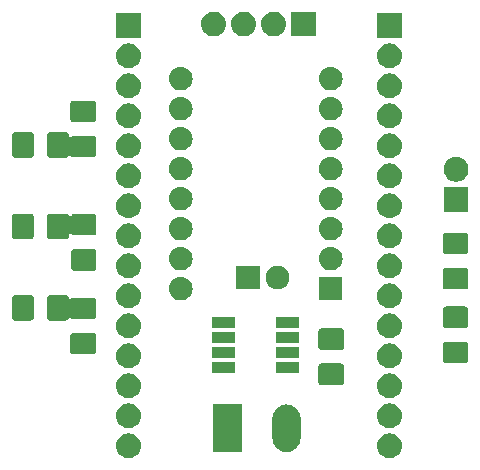
<source format=gbr>
G04 #@! TF.GenerationSoftware,KiCad,Pcbnew,5.0.1-33cea8e~68~ubuntu18.04.1*
G04 #@! TF.CreationDate,2018-11-12T21:08:18+01:00*
G04 #@! TF.ProjectId,ustepper_pololu,75737465707065725F706F6C6F6C752E,rev?*
G04 #@! TF.SameCoordinates,Original*
G04 #@! TF.FileFunction,Soldermask,Top*
G04 #@! TF.FilePolarity,Negative*
%FSLAX46Y46*%
G04 Gerber Fmt 4.6, Leading zero omitted, Abs format (unit mm)*
G04 Created by KiCad (PCBNEW 5.0.1-33cea8e~68~ubuntu18.04.1) date lun 12 nov 2018 21:08:18 CET*
%MOMM*%
%LPD*%
G01*
G04 APERTURE LIST*
%ADD10C,0.100000*%
G04 APERTURE END LIST*
D10*
G36*
X196637907Y-86804396D02*
X196715036Y-86811993D01*
X196846987Y-86852020D01*
X196912963Y-86872033D01*
X197095372Y-86969533D01*
X197255254Y-87100746D01*
X197386467Y-87260628D01*
X197483967Y-87443037D01*
X197483967Y-87443038D01*
X197544007Y-87640964D01*
X197564280Y-87846800D01*
X197544007Y-88052636D01*
X197514232Y-88150791D01*
X197483967Y-88250563D01*
X197386467Y-88432972D01*
X197255254Y-88592854D01*
X197095372Y-88724067D01*
X196912963Y-88821567D01*
X196846987Y-88841580D01*
X196715036Y-88881607D01*
X196637907Y-88889204D01*
X196560780Y-88896800D01*
X196457620Y-88896800D01*
X196380493Y-88889204D01*
X196303364Y-88881607D01*
X196171413Y-88841580D01*
X196105437Y-88821567D01*
X195923028Y-88724067D01*
X195763146Y-88592854D01*
X195631933Y-88432972D01*
X195534433Y-88250563D01*
X195504168Y-88150791D01*
X195474393Y-88052636D01*
X195454120Y-87846800D01*
X195474393Y-87640964D01*
X195534433Y-87443038D01*
X195534433Y-87443037D01*
X195631933Y-87260628D01*
X195763146Y-87100746D01*
X195923028Y-86969533D01*
X196105437Y-86872033D01*
X196171413Y-86852020D01*
X196303364Y-86811993D01*
X196380493Y-86804397D01*
X196457620Y-86796800D01*
X196560780Y-86796800D01*
X196637907Y-86804396D01*
X196637907Y-86804396D01*
G37*
G36*
X174539907Y-86804396D02*
X174617036Y-86811993D01*
X174748987Y-86852020D01*
X174814963Y-86872033D01*
X174997372Y-86969533D01*
X175157254Y-87100746D01*
X175288467Y-87260628D01*
X175385967Y-87443037D01*
X175385967Y-87443038D01*
X175446007Y-87640964D01*
X175466280Y-87846800D01*
X175446007Y-88052636D01*
X175416232Y-88150791D01*
X175385967Y-88250563D01*
X175288467Y-88432972D01*
X175157254Y-88592854D01*
X174997372Y-88724067D01*
X174814963Y-88821567D01*
X174748987Y-88841580D01*
X174617036Y-88881607D01*
X174539907Y-88889204D01*
X174462780Y-88896800D01*
X174359620Y-88896800D01*
X174282493Y-88889204D01*
X174205364Y-88881607D01*
X174073413Y-88841580D01*
X174007437Y-88821567D01*
X173825028Y-88724067D01*
X173665146Y-88592854D01*
X173533933Y-88432972D01*
X173436433Y-88250563D01*
X173406168Y-88150791D01*
X173376393Y-88052636D01*
X173356120Y-87846800D01*
X173376393Y-87640964D01*
X173436433Y-87443038D01*
X173436433Y-87443037D01*
X173533933Y-87260628D01*
X173665146Y-87100746D01*
X173825028Y-86969533D01*
X174007437Y-86872033D01*
X174073413Y-86852020D01*
X174205364Y-86811993D01*
X174282493Y-86804396D01*
X174359620Y-86796800D01*
X174462780Y-86796800D01*
X174539907Y-86804396D01*
X174539907Y-86804396D01*
G37*
G36*
X188028440Y-84365563D02*
X188254641Y-84434181D01*
X188254643Y-84434182D01*
X188254646Y-84434183D01*
X188463105Y-84545606D01*
X188463108Y-84545608D01*
X188463109Y-84545609D01*
X188645834Y-84695566D01*
X188645835Y-84695568D01*
X188645837Y-84695569D01*
X188795792Y-84878290D01*
X188907217Y-85086753D01*
X188907217Y-85086754D01*
X188907219Y-85086758D01*
X188975837Y-85312959D01*
X188993200Y-85489250D01*
X188993200Y-87207150D01*
X188975837Y-87383441D01*
X188907219Y-87609642D01*
X188907217Y-87609647D01*
X188795792Y-87818110D01*
X188645834Y-88000834D01*
X188463110Y-88150792D01*
X188254647Y-88262217D01*
X188254644Y-88262218D01*
X188254642Y-88262219D01*
X188028441Y-88330837D01*
X187793200Y-88354006D01*
X187557960Y-88330837D01*
X187331759Y-88262219D01*
X187331757Y-88262218D01*
X187331754Y-88262217D01*
X187123291Y-88150792D01*
X186940567Y-88000834D01*
X186790609Y-87818110D01*
X186679181Y-87609642D01*
X186610563Y-87383442D01*
X186593200Y-87207151D01*
X186593200Y-85489250D01*
X186610563Y-85312964D01*
X186610563Y-85312960D01*
X186679181Y-85086759D01*
X186679182Y-85086757D01*
X186679183Y-85086754D01*
X186790606Y-84878295D01*
X186919998Y-84720629D01*
X186940566Y-84695566D01*
X186940568Y-84695565D01*
X186940569Y-84695563D01*
X187123290Y-84545608D01*
X187331753Y-84434183D01*
X187331756Y-84434182D01*
X187331758Y-84434181D01*
X187557959Y-84365563D01*
X187793200Y-84342394D01*
X188028440Y-84365563D01*
X188028440Y-84365563D01*
G37*
G36*
X183993200Y-88348200D02*
X181593200Y-88348200D01*
X181593200Y-84348200D01*
X183993200Y-84348200D01*
X183993200Y-88348200D01*
X183993200Y-88348200D01*
G37*
G36*
X196637907Y-84264397D02*
X196715036Y-84271993D01*
X196846987Y-84312020D01*
X196912963Y-84332033D01*
X197095372Y-84429533D01*
X197255254Y-84560746D01*
X197386467Y-84720628D01*
X197483967Y-84903037D01*
X197483967Y-84903038D01*
X197544007Y-85100964D01*
X197564280Y-85306800D01*
X197544007Y-85512636D01*
X197503980Y-85644587D01*
X197483967Y-85710563D01*
X197386467Y-85892972D01*
X197255254Y-86052854D01*
X197095372Y-86184067D01*
X196912963Y-86281567D01*
X196846987Y-86301580D01*
X196715036Y-86341607D01*
X196637907Y-86349204D01*
X196560780Y-86356800D01*
X196457620Y-86356800D01*
X196380493Y-86349204D01*
X196303364Y-86341607D01*
X196171413Y-86301580D01*
X196105437Y-86281567D01*
X195923028Y-86184067D01*
X195763146Y-86052854D01*
X195631933Y-85892972D01*
X195534433Y-85710563D01*
X195514420Y-85644587D01*
X195474393Y-85512636D01*
X195454120Y-85306800D01*
X195474393Y-85100964D01*
X195534433Y-84903038D01*
X195534433Y-84903037D01*
X195631933Y-84720628D01*
X195763146Y-84560746D01*
X195923028Y-84429533D01*
X196105437Y-84332033D01*
X196171413Y-84312020D01*
X196303364Y-84271993D01*
X196380493Y-84264397D01*
X196457620Y-84256800D01*
X196560780Y-84256800D01*
X196637907Y-84264397D01*
X196637907Y-84264397D01*
G37*
G36*
X174539907Y-84264397D02*
X174617036Y-84271993D01*
X174748987Y-84312020D01*
X174814963Y-84332033D01*
X174997372Y-84429533D01*
X175157254Y-84560746D01*
X175288467Y-84720628D01*
X175385967Y-84903037D01*
X175385967Y-84903038D01*
X175446007Y-85100964D01*
X175466280Y-85306800D01*
X175446007Y-85512636D01*
X175405980Y-85644587D01*
X175385967Y-85710563D01*
X175288467Y-85892972D01*
X175157254Y-86052854D01*
X174997372Y-86184067D01*
X174814963Y-86281567D01*
X174748987Y-86301580D01*
X174617036Y-86341607D01*
X174539907Y-86349204D01*
X174462780Y-86356800D01*
X174359620Y-86356800D01*
X174282493Y-86349204D01*
X174205364Y-86341607D01*
X174073413Y-86301580D01*
X174007437Y-86281567D01*
X173825028Y-86184067D01*
X173665146Y-86052854D01*
X173533933Y-85892972D01*
X173436433Y-85710563D01*
X173416420Y-85644587D01*
X173376393Y-85512636D01*
X173356120Y-85306800D01*
X173376393Y-85100964D01*
X173436433Y-84903038D01*
X173436433Y-84903037D01*
X173533933Y-84720628D01*
X173665146Y-84560746D01*
X173825028Y-84429533D01*
X174007437Y-84332033D01*
X174073413Y-84312020D01*
X174205364Y-84271993D01*
X174282493Y-84264397D01*
X174359620Y-84256800D01*
X174462780Y-84256800D01*
X174539907Y-84264397D01*
X174539907Y-84264397D01*
G37*
G36*
X196637907Y-81724396D02*
X196715036Y-81731993D01*
X196846987Y-81772020D01*
X196912963Y-81792033D01*
X197095372Y-81889533D01*
X197255254Y-82020746D01*
X197386467Y-82180628D01*
X197483967Y-82363037D01*
X197483967Y-82363038D01*
X197544007Y-82560964D01*
X197564280Y-82766800D01*
X197544007Y-82972636D01*
X197503980Y-83104587D01*
X197483967Y-83170563D01*
X197386467Y-83352972D01*
X197255254Y-83512854D01*
X197095372Y-83644067D01*
X196912963Y-83741567D01*
X196846987Y-83761580D01*
X196715036Y-83801607D01*
X196637907Y-83809203D01*
X196560780Y-83816800D01*
X196457620Y-83816800D01*
X196380493Y-83809203D01*
X196303364Y-83801607D01*
X196171413Y-83761580D01*
X196105437Y-83741567D01*
X195923028Y-83644067D01*
X195763146Y-83512854D01*
X195631933Y-83352972D01*
X195534433Y-83170563D01*
X195514420Y-83104587D01*
X195474393Y-82972636D01*
X195454120Y-82766800D01*
X195474393Y-82560964D01*
X195534433Y-82363038D01*
X195534433Y-82363037D01*
X195631933Y-82180628D01*
X195763146Y-82020746D01*
X195923028Y-81889533D01*
X196105437Y-81792033D01*
X196171413Y-81772020D01*
X196303364Y-81731993D01*
X196380493Y-81724396D01*
X196457620Y-81716800D01*
X196560780Y-81716800D01*
X196637907Y-81724396D01*
X196637907Y-81724396D01*
G37*
G36*
X174539907Y-81724396D02*
X174617036Y-81731993D01*
X174748987Y-81772020D01*
X174814963Y-81792033D01*
X174997372Y-81889533D01*
X175157254Y-82020746D01*
X175288467Y-82180628D01*
X175385967Y-82363037D01*
X175385967Y-82363038D01*
X175446007Y-82560964D01*
X175466280Y-82766800D01*
X175446007Y-82972636D01*
X175405980Y-83104587D01*
X175385967Y-83170563D01*
X175288467Y-83352972D01*
X175157254Y-83512854D01*
X174997372Y-83644067D01*
X174814963Y-83741567D01*
X174748987Y-83761580D01*
X174617036Y-83801607D01*
X174539907Y-83809203D01*
X174462780Y-83816800D01*
X174359620Y-83816800D01*
X174282493Y-83809203D01*
X174205364Y-83801607D01*
X174073413Y-83761580D01*
X174007437Y-83741567D01*
X173825028Y-83644067D01*
X173665146Y-83512854D01*
X173533933Y-83352972D01*
X173436433Y-83170563D01*
X173416420Y-83104587D01*
X173376393Y-82972636D01*
X173356120Y-82766800D01*
X173376393Y-82560964D01*
X173436433Y-82363038D01*
X173436433Y-82363037D01*
X173533933Y-82180628D01*
X173665146Y-82020746D01*
X173825028Y-81889533D01*
X174007437Y-81792033D01*
X174073413Y-81772020D01*
X174205364Y-81731993D01*
X174282493Y-81724396D01*
X174359620Y-81716800D01*
X174462780Y-81716800D01*
X174539907Y-81724396D01*
X174539907Y-81724396D01*
G37*
G36*
X192451382Y-80883186D02*
X192496104Y-80896753D01*
X192537333Y-80918790D01*
X192573461Y-80948439D01*
X192603110Y-80984567D01*
X192625147Y-81025796D01*
X192638714Y-81070518D01*
X192643900Y-81123175D01*
X192643900Y-82457825D01*
X192638714Y-82510482D01*
X192625147Y-82555204D01*
X192603110Y-82596433D01*
X192573461Y-82632561D01*
X192537333Y-82662210D01*
X192496104Y-82684247D01*
X192451382Y-82697814D01*
X192398725Y-82703000D01*
X190739075Y-82703000D01*
X190686418Y-82697814D01*
X190641696Y-82684247D01*
X190600467Y-82662210D01*
X190564339Y-82632561D01*
X190534690Y-82596433D01*
X190512653Y-82555204D01*
X190499086Y-82510482D01*
X190493900Y-82457825D01*
X190493900Y-81123175D01*
X190499086Y-81070518D01*
X190512653Y-81025796D01*
X190534690Y-80984567D01*
X190564339Y-80948439D01*
X190600467Y-80918790D01*
X190641696Y-80896753D01*
X190686418Y-80883186D01*
X190739075Y-80878000D01*
X192398725Y-80878000D01*
X192451382Y-80883186D01*
X192451382Y-80883186D01*
G37*
G36*
X188843100Y-81717400D02*
X186893100Y-81717400D01*
X186893100Y-80717400D01*
X188843100Y-80717400D01*
X188843100Y-81717400D01*
X188843100Y-81717400D01*
G37*
G36*
X183443100Y-81717400D02*
X181493100Y-81717400D01*
X181493100Y-80717400D01*
X183443100Y-80717400D01*
X183443100Y-81717400D01*
X183443100Y-81717400D01*
G37*
G36*
X174539907Y-79184397D02*
X174617036Y-79191993D01*
X174714143Y-79221450D01*
X174814963Y-79252033D01*
X174997372Y-79349533D01*
X175157254Y-79480746D01*
X175288467Y-79640628D01*
X175385967Y-79823037D01*
X175395458Y-79854325D01*
X175446007Y-80020964D01*
X175466280Y-80226800D01*
X175446007Y-80432636D01*
X175441528Y-80447400D01*
X175385967Y-80630563D01*
X175288467Y-80812972D01*
X175157254Y-80972854D01*
X174997372Y-81104067D01*
X174814963Y-81201567D01*
X174748987Y-81221580D01*
X174617036Y-81261607D01*
X174539907Y-81269204D01*
X174462780Y-81276800D01*
X174359620Y-81276800D01*
X174282493Y-81269204D01*
X174205364Y-81261607D01*
X174073413Y-81221580D01*
X174007437Y-81201567D01*
X173825028Y-81104067D01*
X173665146Y-80972854D01*
X173533933Y-80812972D01*
X173436433Y-80630563D01*
X173380872Y-80447400D01*
X173376393Y-80432636D01*
X173356120Y-80226800D01*
X173376393Y-80020964D01*
X173426942Y-79854325D01*
X173436433Y-79823037D01*
X173533933Y-79640628D01*
X173665146Y-79480746D01*
X173825028Y-79349533D01*
X174007437Y-79252033D01*
X174108257Y-79221450D01*
X174205364Y-79191993D01*
X174282493Y-79184397D01*
X174359620Y-79176800D01*
X174462780Y-79176800D01*
X174539907Y-79184397D01*
X174539907Y-79184397D01*
G37*
G36*
X196637907Y-79184397D02*
X196715036Y-79191993D01*
X196812143Y-79221450D01*
X196912963Y-79252033D01*
X197095372Y-79349533D01*
X197255254Y-79480746D01*
X197386467Y-79640628D01*
X197483967Y-79823037D01*
X197493458Y-79854325D01*
X197544007Y-80020964D01*
X197564280Y-80226800D01*
X197544007Y-80432636D01*
X197539528Y-80447400D01*
X197483967Y-80630563D01*
X197386467Y-80812972D01*
X197255254Y-80972854D01*
X197095372Y-81104067D01*
X196912963Y-81201567D01*
X196846987Y-81221580D01*
X196715036Y-81261607D01*
X196637907Y-81269204D01*
X196560780Y-81276800D01*
X196457620Y-81276800D01*
X196380493Y-81269204D01*
X196303364Y-81261607D01*
X196171413Y-81221580D01*
X196105437Y-81201567D01*
X195923028Y-81104067D01*
X195763146Y-80972854D01*
X195631933Y-80812972D01*
X195534433Y-80630563D01*
X195478872Y-80447400D01*
X195474393Y-80432636D01*
X195454120Y-80226800D01*
X195474393Y-80020964D01*
X195524942Y-79854325D01*
X195534433Y-79823037D01*
X195631933Y-79640628D01*
X195763146Y-79480746D01*
X195923028Y-79349533D01*
X196105437Y-79252033D01*
X196206257Y-79221450D01*
X196303364Y-79191993D01*
X196380493Y-79184397D01*
X196457620Y-79176800D01*
X196560780Y-79176800D01*
X196637907Y-79184397D01*
X196637907Y-79184397D01*
G37*
G36*
X202979682Y-79028986D02*
X203024404Y-79042553D01*
X203065633Y-79064590D01*
X203101761Y-79094239D01*
X203131410Y-79130367D01*
X203153447Y-79171596D01*
X203167014Y-79216318D01*
X203172200Y-79268975D01*
X203172200Y-80603625D01*
X203167014Y-80656282D01*
X203153447Y-80701004D01*
X203131410Y-80742233D01*
X203101761Y-80778361D01*
X203065633Y-80808010D01*
X203024404Y-80830047D01*
X202979682Y-80843614D01*
X202927025Y-80848800D01*
X201267375Y-80848800D01*
X201214718Y-80843614D01*
X201169996Y-80830047D01*
X201128767Y-80808010D01*
X201092639Y-80778361D01*
X201062990Y-80742233D01*
X201040953Y-80701004D01*
X201027386Y-80656282D01*
X201022200Y-80603625D01*
X201022200Y-79268975D01*
X201027386Y-79216318D01*
X201040953Y-79171596D01*
X201062990Y-79130367D01*
X201092639Y-79094239D01*
X201128767Y-79064590D01*
X201169996Y-79042553D01*
X201214718Y-79028986D01*
X201267375Y-79023800D01*
X202927025Y-79023800D01*
X202979682Y-79028986D01*
X202979682Y-79028986D01*
G37*
G36*
X183443100Y-80447400D02*
X181493100Y-80447400D01*
X181493100Y-79447400D01*
X183443100Y-79447400D01*
X183443100Y-80447400D01*
X183443100Y-80447400D01*
G37*
G36*
X188843100Y-80447400D02*
X186893100Y-80447400D01*
X186893100Y-79447400D01*
X188843100Y-79447400D01*
X188843100Y-80447400D01*
X188843100Y-80447400D01*
G37*
G36*
X171458282Y-78279686D02*
X171503004Y-78293253D01*
X171544233Y-78315290D01*
X171580361Y-78344939D01*
X171610010Y-78381067D01*
X171632047Y-78422296D01*
X171645614Y-78467018D01*
X171650800Y-78519675D01*
X171650800Y-79854325D01*
X171645614Y-79906982D01*
X171632047Y-79951704D01*
X171610010Y-79992933D01*
X171580361Y-80029061D01*
X171544233Y-80058710D01*
X171503004Y-80080747D01*
X171458282Y-80094314D01*
X171405625Y-80099500D01*
X169745975Y-80099500D01*
X169693318Y-80094314D01*
X169648596Y-80080747D01*
X169607367Y-80058710D01*
X169571239Y-80029061D01*
X169541590Y-79992933D01*
X169519553Y-79951704D01*
X169505986Y-79906982D01*
X169500800Y-79854325D01*
X169500800Y-78519675D01*
X169505986Y-78467018D01*
X169519553Y-78422296D01*
X169541590Y-78381067D01*
X169571239Y-78344939D01*
X169607367Y-78315290D01*
X169648596Y-78293253D01*
X169693318Y-78279686D01*
X169745975Y-78274500D01*
X171405625Y-78274500D01*
X171458282Y-78279686D01*
X171458282Y-78279686D01*
G37*
G36*
X192451382Y-77908186D02*
X192496104Y-77921753D01*
X192537333Y-77943790D01*
X192573461Y-77973439D01*
X192603110Y-78009567D01*
X192625147Y-78050796D01*
X192638714Y-78095518D01*
X192643900Y-78148175D01*
X192643900Y-79482825D01*
X192638714Y-79535482D01*
X192625147Y-79580204D01*
X192603110Y-79621433D01*
X192573461Y-79657561D01*
X192537333Y-79687210D01*
X192496104Y-79709247D01*
X192451382Y-79722814D01*
X192398725Y-79728000D01*
X190739075Y-79728000D01*
X190686418Y-79722814D01*
X190641696Y-79709247D01*
X190600467Y-79687210D01*
X190564339Y-79657561D01*
X190534690Y-79621433D01*
X190512653Y-79580204D01*
X190499086Y-79535482D01*
X190493900Y-79482825D01*
X190493900Y-78148175D01*
X190499086Y-78095518D01*
X190512653Y-78050796D01*
X190534690Y-78009567D01*
X190564339Y-77973439D01*
X190600467Y-77943790D01*
X190641696Y-77921753D01*
X190686418Y-77908186D01*
X190739075Y-77903000D01*
X192398725Y-77903000D01*
X192451382Y-77908186D01*
X192451382Y-77908186D01*
G37*
G36*
X188843100Y-79177400D02*
X186893100Y-79177400D01*
X186893100Y-78177400D01*
X188843100Y-78177400D01*
X188843100Y-79177400D01*
X188843100Y-79177400D01*
G37*
G36*
X183443100Y-79177400D02*
X181493100Y-79177400D01*
X181493100Y-78177400D01*
X183443100Y-78177400D01*
X183443100Y-79177400D01*
X183443100Y-79177400D01*
G37*
G36*
X196637907Y-76644396D02*
X196715036Y-76651993D01*
X196846987Y-76692020D01*
X196912963Y-76712033D01*
X197095372Y-76809533D01*
X197255254Y-76940746D01*
X197386467Y-77100628D01*
X197483967Y-77283037D01*
X197483967Y-77283038D01*
X197544007Y-77480964D01*
X197564280Y-77686800D01*
X197544007Y-77892636D01*
X197524495Y-77956959D01*
X197483967Y-78090563D01*
X197386467Y-78272972D01*
X197255254Y-78432854D01*
X197095372Y-78564067D01*
X196912963Y-78661567D01*
X196846987Y-78681580D01*
X196715036Y-78721607D01*
X196637907Y-78729203D01*
X196560780Y-78736800D01*
X196457620Y-78736800D01*
X196380493Y-78729203D01*
X196303364Y-78721607D01*
X196171413Y-78681580D01*
X196105437Y-78661567D01*
X195923028Y-78564067D01*
X195763146Y-78432854D01*
X195631933Y-78272972D01*
X195534433Y-78090563D01*
X195493905Y-77956959D01*
X195474393Y-77892636D01*
X195454120Y-77686800D01*
X195474393Y-77480964D01*
X195534433Y-77283038D01*
X195534433Y-77283037D01*
X195631933Y-77100628D01*
X195763146Y-76940746D01*
X195923028Y-76809533D01*
X196105437Y-76712033D01*
X196171413Y-76692020D01*
X196303364Y-76651993D01*
X196380493Y-76644396D01*
X196457620Y-76636800D01*
X196560780Y-76636800D01*
X196637907Y-76644396D01*
X196637907Y-76644396D01*
G37*
G36*
X174539907Y-76644396D02*
X174617036Y-76651993D01*
X174748987Y-76692020D01*
X174814963Y-76712033D01*
X174997372Y-76809533D01*
X175157254Y-76940746D01*
X175288467Y-77100628D01*
X175385967Y-77283037D01*
X175385967Y-77283038D01*
X175446007Y-77480964D01*
X175466280Y-77686800D01*
X175446007Y-77892636D01*
X175426495Y-77956959D01*
X175385967Y-78090563D01*
X175288467Y-78272972D01*
X175157254Y-78432854D01*
X174997372Y-78564067D01*
X174814963Y-78661567D01*
X174748987Y-78681580D01*
X174617036Y-78721607D01*
X174539907Y-78729203D01*
X174462780Y-78736800D01*
X174359620Y-78736800D01*
X174282493Y-78729203D01*
X174205364Y-78721607D01*
X174073413Y-78681580D01*
X174007437Y-78661567D01*
X173825028Y-78564067D01*
X173665146Y-78432854D01*
X173533933Y-78272972D01*
X173436433Y-78090563D01*
X173395905Y-77956959D01*
X173376393Y-77892636D01*
X173356120Y-77686800D01*
X173376393Y-77480964D01*
X173436433Y-77283038D01*
X173436433Y-77283037D01*
X173533933Y-77100628D01*
X173665146Y-76940746D01*
X173825028Y-76809533D01*
X174007437Y-76712033D01*
X174073413Y-76692020D01*
X174205364Y-76651993D01*
X174282493Y-76644396D01*
X174359620Y-76636800D01*
X174462780Y-76636800D01*
X174539907Y-76644396D01*
X174539907Y-76644396D01*
G37*
G36*
X183443100Y-77907400D02*
X181493100Y-77907400D01*
X181493100Y-76907400D01*
X183443100Y-76907400D01*
X183443100Y-77907400D01*
X183443100Y-77907400D01*
G37*
G36*
X188843100Y-77907400D02*
X186893100Y-77907400D01*
X186893100Y-76907400D01*
X188843100Y-76907400D01*
X188843100Y-77907400D01*
X188843100Y-77907400D01*
G37*
G36*
X202979682Y-76053986D02*
X203024404Y-76067553D01*
X203065633Y-76089590D01*
X203101761Y-76119239D01*
X203131410Y-76155367D01*
X203153447Y-76196596D01*
X203167014Y-76241318D01*
X203172200Y-76293975D01*
X203172200Y-77628625D01*
X203167014Y-77681282D01*
X203153447Y-77726004D01*
X203131410Y-77767233D01*
X203101761Y-77803361D01*
X203065633Y-77833010D01*
X203024404Y-77855047D01*
X202979682Y-77868614D01*
X202927025Y-77873800D01*
X201267375Y-77873800D01*
X201214718Y-77868614D01*
X201169996Y-77855047D01*
X201128767Y-77833010D01*
X201092639Y-77803361D01*
X201062990Y-77767233D01*
X201040953Y-77726004D01*
X201027386Y-77681282D01*
X201022200Y-77628625D01*
X201022200Y-76293975D01*
X201027386Y-76241318D01*
X201040953Y-76196596D01*
X201062990Y-76155367D01*
X201092639Y-76119239D01*
X201128767Y-76089590D01*
X201169996Y-76067553D01*
X201214718Y-76053986D01*
X201267375Y-76048800D01*
X202927025Y-76048800D01*
X202979682Y-76053986D01*
X202979682Y-76053986D01*
G37*
G36*
X166188782Y-75092986D02*
X166233504Y-75106553D01*
X166274733Y-75128590D01*
X166310861Y-75158239D01*
X166340510Y-75194367D01*
X166362547Y-75235596D01*
X166376114Y-75280318D01*
X166381300Y-75332975D01*
X166381300Y-76992625D01*
X166376114Y-77045282D01*
X166362547Y-77090004D01*
X166340510Y-77131233D01*
X166310861Y-77167361D01*
X166274733Y-77197010D01*
X166233504Y-77219047D01*
X166188782Y-77232614D01*
X166136125Y-77237800D01*
X164801475Y-77237800D01*
X164748818Y-77232614D01*
X164704096Y-77219047D01*
X164662867Y-77197010D01*
X164626739Y-77167361D01*
X164597090Y-77131233D01*
X164575053Y-77090004D01*
X164561486Y-77045282D01*
X164556300Y-76992625D01*
X164556300Y-75332975D01*
X164561486Y-75280318D01*
X164575053Y-75235596D01*
X164597090Y-75194367D01*
X164626739Y-75158239D01*
X164662867Y-75128590D01*
X164704096Y-75106553D01*
X164748818Y-75092986D01*
X164801475Y-75087800D01*
X166136125Y-75087800D01*
X166188782Y-75092986D01*
X166188782Y-75092986D01*
G37*
G36*
X169163782Y-75092986D02*
X169208504Y-75106553D01*
X169249733Y-75128590D01*
X169285861Y-75158239D01*
X169315510Y-75194367D01*
X169337547Y-75235596D01*
X169351114Y-75280318D01*
X169353002Y-75299494D01*
X169357782Y-75323527D01*
X169367159Y-75346166D01*
X169380773Y-75366541D01*
X169398100Y-75383868D01*
X169418474Y-75397482D01*
X169441113Y-75406860D01*
X169465146Y-75411641D01*
X169489651Y-75411641D01*
X169513684Y-75406861D01*
X169536323Y-75397484D01*
X169556698Y-75383870D01*
X169567842Y-75372727D01*
X169607367Y-75340290D01*
X169648596Y-75318253D01*
X169693318Y-75304686D01*
X169745975Y-75299500D01*
X171405625Y-75299500D01*
X171458282Y-75304686D01*
X171503004Y-75318253D01*
X171544233Y-75340290D01*
X171580361Y-75369939D01*
X171610010Y-75406067D01*
X171632047Y-75447296D01*
X171645614Y-75492018D01*
X171650800Y-75544675D01*
X171650800Y-76879325D01*
X171645614Y-76931982D01*
X171632047Y-76976704D01*
X171610010Y-77017933D01*
X171580361Y-77054061D01*
X171544233Y-77083710D01*
X171503004Y-77105747D01*
X171458282Y-77119314D01*
X171405625Y-77124500D01*
X169745975Y-77124500D01*
X169693318Y-77119314D01*
X169648596Y-77105747D01*
X169607367Y-77083710D01*
X169571239Y-77054061D01*
X169556934Y-77036630D01*
X169539607Y-77019303D01*
X169519233Y-77005688D01*
X169496594Y-76996311D01*
X169472560Y-76991530D01*
X169448056Y-76991530D01*
X169424023Y-76996310D01*
X169401384Y-77005687D01*
X169381009Y-77019301D01*
X169363682Y-77036628D01*
X169350067Y-77057002D01*
X169340689Y-77079643D01*
X169337545Y-77090008D01*
X169315510Y-77131233D01*
X169285861Y-77167361D01*
X169249733Y-77197010D01*
X169208504Y-77219047D01*
X169163782Y-77232614D01*
X169111125Y-77237800D01*
X167776475Y-77237800D01*
X167723818Y-77232614D01*
X167679096Y-77219047D01*
X167637867Y-77197010D01*
X167601739Y-77167361D01*
X167572090Y-77131233D01*
X167550053Y-77090004D01*
X167536486Y-77045282D01*
X167531300Y-76992625D01*
X167531300Y-75332975D01*
X167536486Y-75280318D01*
X167550053Y-75235596D01*
X167572090Y-75194367D01*
X167601739Y-75158239D01*
X167637867Y-75128590D01*
X167679096Y-75106553D01*
X167723818Y-75092986D01*
X167776475Y-75087800D01*
X169111125Y-75087800D01*
X169163782Y-75092986D01*
X169163782Y-75092986D01*
G37*
G36*
X174539907Y-74104397D02*
X174617036Y-74111993D01*
X174748987Y-74152020D01*
X174814963Y-74172033D01*
X174997372Y-74269533D01*
X175157254Y-74400746D01*
X175288467Y-74560628D01*
X175385967Y-74743037D01*
X175385967Y-74743038D01*
X175446007Y-74940964D01*
X175466280Y-75146800D01*
X175446007Y-75352636D01*
X175428108Y-75411641D01*
X175385967Y-75550563D01*
X175288467Y-75732972D01*
X175157254Y-75892854D01*
X174997372Y-76024067D01*
X174814963Y-76121567D01*
X174748987Y-76141580D01*
X174617036Y-76181607D01*
X174539907Y-76189204D01*
X174462780Y-76196800D01*
X174359620Y-76196800D01*
X174282493Y-76189204D01*
X174205364Y-76181607D01*
X174073413Y-76141580D01*
X174007437Y-76121567D01*
X173825028Y-76024067D01*
X173665146Y-75892854D01*
X173533933Y-75732972D01*
X173436433Y-75550563D01*
X173394292Y-75411641D01*
X173376393Y-75352636D01*
X173356120Y-75146800D01*
X173376393Y-74940964D01*
X173436433Y-74743038D01*
X173436433Y-74743037D01*
X173533933Y-74560628D01*
X173665146Y-74400746D01*
X173825028Y-74269533D01*
X174007437Y-74172033D01*
X174073413Y-74152020D01*
X174205364Y-74111993D01*
X174282493Y-74104397D01*
X174359620Y-74096800D01*
X174462780Y-74096800D01*
X174539907Y-74104397D01*
X174539907Y-74104397D01*
G37*
G36*
X196637907Y-74104397D02*
X196715036Y-74111993D01*
X196846987Y-74152020D01*
X196912963Y-74172033D01*
X197095372Y-74269533D01*
X197255254Y-74400746D01*
X197386467Y-74560628D01*
X197483967Y-74743037D01*
X197483967Y-74743038D01*
X197544007Y-74940964D01*
X197564280Y-75146800D01*
X197544007Y-75352636D01*
X197526108Y-75411641D01*
X197483967Y-75550563D01*
X197386467Y-75732972D01*
X197255254Y-75892854D01*
X197095372Y-76024067D01*
X196912963Y-76121567D01*
X196846987Y-76141580D01*
X196715036Y-76181607D01*
X196637907Y-76189204D01*
X196560780Y-76196800D01*
X196457620Y-76196800D01*
X196380493Y-76189204D01*
X196303364Y-76181607D01*
X196171413Y-76141580D01*
X196105437Y-76121567D01*
X195923028Y-76024067D01*
X195763146Y-75892854D01*
X195631933Y-75732972D01*
X195534433Y-75550563D01*
X195492292Y-75411641D01*
X195474393Y-75352636D01*
X195454120Y-75146800D01*
X195474393Y-74940964D01*
X195534433Y-74743038D01*
X195534433Y-74743037D01*
X195631933Y-74560628D01*
X195763146Y-74400746D01*
X195923028Y-74269533D01*
X196105437Y-74172033D01*
X196171413Y-74152020D01*
X196303364Y-74111993D01*
X196380493Y-74104397D01*
X196457620Y-74096800D01*
X196560780Y-74096800D01*
X196637907Y-74104397D01*
X196637907Y-74104397D01*
G37*
G36*
X192530800Y-75537200D02*
X190530800Y-75537200D01*
X190530800Y-73537200D01*
X192530800Y-73537200D01*
X192530800Y-75537200D01*
X192530800Y-75537200D01*
G37*
G36*
X179026830Y-73551669D02*
X179026833Y-73551670D01*
X179026834Y-73551670D01*
X179215335Y-73608851D01*
X179215337Y-73608852D01*
X179389060Y-73701709D01*
X179541328Y-73826672D01*
X179666291Y-73978940D01*
X179759148Y-74152663D01*
X179816331Y-74341170D01*
X179835638Y-74537200D01*
X179816331Y-74733230D01*
X179759148Y-74921737D01*
X179666291Y-75095460D01*
X179541328Y-75247728D01*
X179389060Y-75372691D01*
X179323046Y-75407976D01*
X179215335Y-75465549D01*
X179026834Y-75522730D01*
X179026833Y-75522730D01*
X179026830Y-75522731D01*
X178879924Y-75537200D01*
X178781676Y-75537200D01*
X178634770Y-75522731D01*
X178634767Y-75522730D01*
X178634766Y-75522730D01*
X178446265Y-75465549D01*
X178338554Y-75407976D01*
X178272540Y-75372691D01*
X178120272Y-75247728D01*
X177995309Y-75095460D01*
X177902452Y-74921737D01*
X177845269Y-74733230D01*
X177825962Y-74537200D01*
X177845269Y-74341170D01*
X177902452Y-74152663D01*
X177995309Y-73978940D01*
X178120272Y-73826672D01*
X178272540Y-73701709D01*
X178446263Y-73608852D01*
X178446265Y-73608851D01*
X178634766Y-73551670D01*
X178634767Y-73551670D01*
X178634770Y-73551669D01*
X178781676Y-73537200D01*
X178879924Y-73537200D01*
X179026830Y-73551669D01*
X179026830Y-73551669D01*
G37*
G36*
X202979682Y-72780586D02*
X203024404Y-72794153D01*
X203065633Y-72816190D01*
X203101761Y-72845839D01*
X203131410Y-72881967D01*
X203153447Y-72923196D01*
X203167014Y-72967918D01*
X203172200Y-73020575D01*
X203172200Y-74355225D01*
X203167014Y-74407882D01*
X203153447Y-74452604D01*
X203131410Y-74493833D01*
X203101761Y-74529961D01*
X203065633Y-74559610D01*
X203024404Y-74581647D01*
X202979682Y-74595214D01*
X202927025Y-74600400D01*
X201267375Y-74600400D01*
X201214718Y-74595214D01*
X201169996Y-74581647D01*
X201128767Y-74559610D01*
X201092639Y-74529961D01*
X201062990Y-74493833D01*
X201040953Y-74452604D01*
X201027386Y-74407882D01*
X201022200Y-74355225D01*
X201022200Y-73020575D01*
X201027386Y-72967918D01*
X201040953Y-72923196D01*
X201062990Y-72881967D01*
X201092639Y-72845839D01*
X201128767Y-72816190D01*
X201169996Y-72794153D01*
X201214718Y-72780586D01*
X201267375Y-72775400D01*
X202927025Y-72775400D01*
X202979682Y-72780586D01*
X202979682Y-72780586D01*
G37*
G36*
X185520400Y-74597400D02*
X183520400Y-74597400D01*
X183520400Y-72597400D01*
X185520400Y-72597400D01*
X185520400Y-74597400D01*
X185520400Y-74597400D01*
G37*
G36*
X187166149Y-72606800D02*
X187312089Y-72635829D01*
X187494078Y-72711211D01*
X187657863Y-72820649D01*
X187797151Y-72959937D01*
X187906589Y-73123722D01*
X187981971Y-73305711D01*
X188020400Y-73498909D01*
X188020400Y-73695891D01*
X187981971Y-73889089D01*
X187906589Y-74071078D01*
X187797151Y-74234863D01*
X187657863Y-74374151D01*
X187494078Y-74483589D01*
X187312089Y-74558971D01*
X187198088Y-74581647D01*
X187118893Y-74597400D01*
X186921907Y-74597400D01*
X186842712Y-74581647D01*
X186728711Y-74558971D01*
X186546722Y-74483589D01*
X186382937Y-74374151D01*
X186243649Y-74234863D01*
X186134211Y-74071078D01*
X186058829Y-73889089D01*
X186020400Y-73695891D01*
X186020400Y-73498909D01*
X186058829Y-73305711D01*
X186134211Y-73123722D01*
X186243649Y-72959937D01*
X186382937Y-72820649D01*
X186546722Y-72711211D01*
X186728711Y-72635829D01*
X186874651Y-72606800D01*
X186921907Y-72597400D01*
X187118893Y-72597400D01*
X187166149Y-72606800D01*
X187166149Y-72606800D01*
G37*
G36*
X196637907Y-71564396D02*
X196715036Y-71571993D01*
X196829275Y-71606647D01*
X196912963Y-71632033D01*
X197095372Y-71729533D01*
X197255254Y-71860746D01*
X197386467Y-72020628D01*
X197483967Y-72203037D01*
X197483967Y-72203038D01*
X197544007Y-72400964D01*
X197564280Y-72606800D01*
X197544007Y-72812636D01*
X197511705Y-72919123D01*
X197483967Y-73010563D01*
X197386467Y-73192972D01*
X197255254Y-73352854D01*
X197095372Y-73484067D01*
X196912963Y-73581567D01*
X196846987Y-73601580D01*
X196715036Y-73641607D01*
X196637907Y-73649203D01*
X196560780Y-73656800D01*
X196457620Y-73656800D01*
X196380493Y-73649203D01*
X196303364Y-73641607D01*
X196171413Y-73601580D01*
X196105437Y-73581567D01*
X195923028Y-73484067D01*
X195763146Y-73352854D01*
X195631933Y-73192972D01*
X195534433Y-73010563D01*
X195506695Y-72919123D01*
X195474393Y-72812636D01*
X195454120Y-72606800D01*
X195474393Y-72400964D01*
X195534433Y-72203038D01*
X195534433Y-72203037D01*
X195631933Y-72020628D01*
X195763146Y-71860746D01*
X195923028Y-71729533D01*
X196105437Y-71632033D01*
X196189125Y-71606647D01*
X196303364Y-71571993D01*
X196380493Y-71564396D01*
X196457620Y-71556800D01*
X196560780Y-71556800D01*
X196637907Y-71564396D01*
X196637907Y-71564396D01*
G37*
G36*
X174539907Y-71564396D02*
X174617036Y-71571993D01*
X174731275Y-71606647D01*
X174814963Y-71632033D01*
X174997372Y-71729533D01*
X175157254Y-71860746D01*
X175288467Y-72020628D01*
X175385967Y-72203037D01*
X175385967Y-72203038D01*
X175446007Y-72400964D01*
X175466280Y-72606800D01*
X175446007Y-72812636D01*
X175413705Y-72919123D01*
X175385967Y-73010563D01*
X175288467Y-73192972D01*
X175157254Y-73352854D01*
X174997372Y-73484067D01*
X174814963Y-73581567D01*
X174748987Y-73601580D01*
X174617036Y-73641607D01*
X174539907Y-73649203D01*
X174462780Y-73656800D01*
X174359620Y-73656800D01*
X174282493Y-73649203D01*
X174205364Y-73641607D01*
X174073413Y-73601580D01*
X174007437Y-73581567D01*
X173825028Y-73484067D01*
X173665146Y-73352854D01*
X173533933Y-73192972D01*
X173436433Y-73010563D01*
X173408695Y-72919123D01*
X173376393Y-72812636D01*
X173356120Y-72606800D01*
X173376393Y-72400964D01*
X173436433Y-72203038D01*
X173436433Y-72203037D01*
X173533933Y-72020628D01*
X173665146Y-71860746D01*
X173825028Y-71729533D01*
X174007437Y-71632033D01*
X174091125Y-71606647D01*
X174205364Y-71571993D01*
X174282493Y-71564396D01*
X174359620Y-71556800D01*
X174462780Y-71556800D01*
X174539907Y-71564396D01*
X174539907Y-71564396D01*
G37*
G36*
X171509082Y-71193086D02*
X171553804Y-71206653D01*
X171595033Y-71228690D01*
X171631161Y-71258339D01*
X171660810Y-71294467D01*
X171682847Y-71335696D01*
X171696414Y-71380418D01*
X171701600Y-71433075D01*
X171701600Y-72767725D01*
X171696414Y-72820382D01*
X171682847Y-72865104D01*
X171660810Y-72906333D01*
X171631161Y-72942461D01*
X171595033Y-72972110D01*
X171553804Y-72994147D01*
X171509082Y-73007714D01*
X171456425Y-73012900D01*
X169796775Y-73012900D01*
X169744118Y-73007714D01*
X169699396Y-72994147D01*
X169658167Y-72972110D01*
X169622039Y-72942461D01*
X169592390Y-72906333D01*
X169570353Y-72865104D01*
X169556786Y-72820382D01*
X169551600Y-72767725D01*
X169551600Y-71433075D01*
X169556786Y-71380418D01*
X169570353Y-71335696D01*
X169592390Y-71294467D01*
X169622039Y-71258339D01*
X169658167Y-71228690D01*
X169699396Y-71206653D01*
X169744118Y-71193086D01*
X169796775Y-71187900D01*
X171456425Y-71187900D01*
X171509082Y-71193086D01*
X171509082Y-71193086D01*
G37*
G36*
X179026830Y-71011669D02*
X179026833Y-71011670D01*
X179026834Y-71011670D01*
X179215335Y-71068851D01*
X179215337Y-71068852D01*
X179389060Y-71161709D01*
X179541328Y-71286672D01*
X179666291Y-71438940D01*
X179759148Y-71612663D01*
X179816331Y-71801170D01*
X179835638Y-71997200D01*
X179816331Y-72193230D01*
X179759148Y-72381737D01*
X179666291Y-72555460D01*
X179541328Y-72707728D01*
X179389060Y-72832691D01*
X179318130Y-72870604D01*
X179215335Y-72925549D01*
X179026834Y-72982730D01*
X179026833Y-72982730D01*
X179026830Y-72982731D01*
X178879924Y-72997200D01*
X178781676Y-72997200D01*
X178634770Y-72982731D01*
X178634767Y-72982730D01*
X178634766Y-72982730D01*
X178446265Y-72925549D01*
X178343470Y-72870604D01*
X178272540Y-72832691D01*
X178120272Y-72707728D01*
X177995309Y-72555460D01*
X177902452Y-72381737D01*
X177845269Y-72193230D01*
X177825962Y-71997200D01*
X177845269Y-71801170D01*
X177902452Y-71612663D01*
X177995309Y-71438940D01*
X178120272Y-71286672D01*
X178272540Y-71161709D01*
X178446263Y-71068852D01*
X178446265Y-71068851D01*
X178634766Y-71011670D01*
X178634767Y-71011670D01*
X178634770Y-71011669D01*
X178781676Y-70997200D01*
X178879924Y-70997200D01*
X179026830Y-71011669D01*
X179026830Y-71011669D01*
G37*
G36*
X191726830Y-71011669D02*
X191726833Y-71011670D01*
X191726834Y-71011670D01*
X191915335Y-71068851D01*
X191915337Y-71068852D01*
X192089060Y-71161709D01*
X192241328Y-71286672D01*
X192366291Y-71438940D01*
X192459148Y-71612663D01*
X192516331Y-71801170D01*
X192535638Y-71997200D01*
X192516331Y-72193230D01*
X192459148Y-72381737D01*
X192366291Y-72555460D01*
X192241328Y-72707728D01*
X192089060Y-72832691D01*
X192018130Y-72870604D01*
X191915335Y-72925549D01*
X191726834Y-72982730D01*
X191726833Y-72982730D01*
X191726830Y-72982731D01*
X191579924Y-72997200D01*
X191481676Y-72997200D01*
X191334770Y-72982731D01*
X191334767Y-72982730D01*
X191334766Y-72982730D01*
X191146265Y-72925549D01*
X191043470Y-72870604D01*
X190972540Y-72832691D01*
X190820272Y-72707728D01*
X190695309Y-72555460D01*
X190602452Y-72381737D01*
X190545269Y-72193230D01*
X190525962Y-71997200D01*
X190545269Y-71801170D01*
X190602452Y-71612663D01*
X190695309Y-71438940D01*
X190820272Y-71286672D01*
X190972540Y-71161709D01*
X191146263Y-71068852D01*
X191146265Y-71068851D01*
X191334766Y-71011670D01*
X191334767Y-71011670D01*
X191334770Y-71011669D01*
X191481676Y-70997200D01*
X191579924Y-70997200D01*
X191726830Y-71011669D01*
X191726830Y-71011669D01*
G37*
G36*
X202979682Y-69805586D02*
X203024404Y-69819153D01*
X203065633Y-69841190D01*
X203101761Y-69870839D01*
X203131410Y-69906967D01*
X203153447Y-69948196D01*
X203167014Y-69992918D01*
X203172200Y-70045575D01*
X203172200Y-71380225D01*
X203167014Y-71432882D01*
X203153447Y-71477604D01*
X203131410Y-71518833D01*
X203101761Y-71554961D01*
X203065633Y-71584610D01*
X203024404Y-71606647D01*
X202979682Y-71620214D01*
X202927025Y-71625400D01*
X201267375Y-71625400D01*
X201214718Y-71620214D01*
X201169996Y-71606647D01*
X201128767Y-71584610D01*
X201092639Y-71554961D01*
X201062990Y-71518833D01*
X201040953Y-71477604D01*
X201027386Y-71432882D01*
X201022200Y-71380225D01*
X201022200Y-70045575D01*
X201027386Y-69992918D01*
X201040953Y-69948196D01*
X201062990Y-69906967D01*
X201092639Y-69870839D01*
X201128767Y-69841190D01*
X201169996Y-69819153D01*
X201214718Y-69805586D01*
X201267375Y-69800400D01*
X202927025Y-69800400D01*
X202979682Y-69805586D01*
X202979682Y-69805586D01*
G37*
G36*
X196637907Y-69024397D02*
X196715036Y-69031993D01*
X196846987Y-69072020D01*
X196912963Y-69092033D01*
X197095372Y-69189533D01*
X197255254Y-69320746D01*
X197386467Y-69480628D01*
X197483967Y-69663037D01*
X197483967Y-69663038D01*
X197544007Y-69860964D01*
X197564280Y-70066800D01*
X197544007Y-70272636D01*
X197509756Y-70385548D01*
X197483967Y-70470563D01*
X197386467Y-70652972D01*
X197255254Y-70812854D01*
X197095372Y-70944067D01*
X196912963Y-71041567D01*
X196846987Y-71061580D01*
X196715036Y-71101607D01*
X196637907Y-71109204D01*
X196560780Y-71116800D01*
X196457620Y-71116800D01*
X196380493Y-71109204D01*
X196303364Y-71101607D01*
X196171413Y-71061580D01*
X196105437Y-71041567D01*
X195923028Y-70944067D01*
X195763146Y-70812854D01*
X195631933Y-70652972D01*
X195534433Y-70470563D01*
X195508644Y-70385548D01*
X195474393Y-70272636D01*
X195454120Y-70066800D01*
X195474393Y-69860964D01*
X195534433Y-69663038D01*
X195534433Y-69663037D01*
X195631933Y-69480628D01*
X195763146Y-69320746D01*
X195923028Y-69189533D01*
X196105437Y-69092033D01*
X196171413Y-69072020D01*
X196303364Y-69031993D01*
X196380493Y-69024397D01*
X196457620Y-69016800D01*
X196560780Y-69016800D01*
X196637907Y-69024397D01*
X196637907Y-69024397D01*
G37*
G36*
X174539907Y-69024397D02*
X174617036Y-69031993D01*
X174748987Y-69072020D01*
X174814963Y-69092033D01*
X174997372Y-69189533D01*
X175157254Y-69320746D01*
X175288467Y-69480628D01*
X175385967Y-69663037D01*
X175385967Y-69663038D01*
X175446007Y-69860964D01*
X175466280Y-70066800D01*
X175446007Y-70272636D01*
X175411756Y-70385548D01*
X175385967Y-70470563D01*
X175288467Y-70652972D01*
X175157254Y-70812854D01*
X174997372Y-70944067D01*
X174814963Y-71041567D01*
X174748987Y-71061580D01*
X174617036Y-71101607D01*
X174539907Y-71109204D01*
X174462780Y-71116800D01*
X174359620Y-71116800D01*
X174282493Y-71109204D01*
X174205364Y-71101607D01*
X174073413Y-71061580D01*
X174007437Y-71041567D01*
X173825028Y-70944067D01*
X173665146Y-70812854D01*
X173533933Y-70652972D01*
X173436433Y-70470563D01*
X173410644Y-70385548D01*
X173376393Y-70272636D01*
X173356120Y-70066800D01*
X173376393Y-69860964D01*
X173436433Y-69663038D01*
X173436433Y-69663037D01*
X173533933Y-69480628D01*
X173665146Y-69320746D01*
X173825028Y-69189533D01*
X174007437Y-69092033D01*
X174073413Y-69072020D01*
X174205364Y-69031993D01*
X174282493Y-69024397D01*
X174359620Y-69016800D01*
X174462780Y-69016800D01*
X174539907Y-69024397D01*
X174539907Y-69024397D01*
G37*
G36*
X179026830Y-68471669D02*
X179026833Y-68471670D01*
X179026834Y-68471670D01*
X179215335Y-68528851D01*
X179215337Y-68528852D01*
X179389060Y-68621709D01*
X179541328Y-68746672D01*
X179666291Y-68898940D01*
X179759148Y-69072663D01*
X179816331Y-69261170D01*
X179835638Y-69457200D01*
X179816331Y-69653230D01*
X179816330Y-69653233D01*
X179816330Y-69653234D01*
X179764295Y-69824772D01*
X179759148Y-69841737D01*
X179666291Y-70015460D01*
X179541328Y-70167728D01*
X179389060Y-70292691D01*
X179389058Y-70292692D01*
X179215335Y-70385549D01*
X179026834Y-70442730D01*
X179026833Y-70442730D01*
X179026830Y-70442731D01*
X178879924Y-70457200D01*
X178781676Y-70457200D01*
X178634770Y-70442731D01*
X178634767Y-70442730D01*
X178634766Y-70442730D01*
X178446265Y-70385549D01*
X178272542Y-70292692D01*
X178272540Y-70292691D01*
X178120272Y-70167728D01*
X177995309Y-70015460D01*
X177902452Y-69841737D01*
X177897306Y-69824772D01*
X177845270Y-69653234D01*
X177845270Y-69653233D01*
X177845269Y-69653230D01*
X177825962Y-69457200D01*
X177845269Y-69261170D01*
X177902452Y-69072663D01*
X177995309Y-68898940D01*
X178120272Y-68746672D01*
X178272540Y-68621709D01*
X178446263Y-68528852D01*
X178446265Y-68528851D01*
X178634766Y-68471670D01*
X178634767Y-68471670D01*
X178634770Y-68471669D01*
X178781676Y-68457200D01*
X178879924Y-68457200D01*
X179026830Y-68471669D01*
X179026830Y-68471669D01*
G37*
G36*
X191726830Y-68471669D02*
X191726833Y-68471670D01*
X191726834Y-68471670D01*
X191915335Y-68528851D01*
X191915337Y-68528852D01*
X192089060Y-68621709D01*
X192241328Y-68746672D01*
X192366291Y-68898940D01*
X192459148Y-69072663D01*
X192516331Y-69261170D01*
X192535638Y-69457200D01*
X192516331Y-69653230D01*
X192516330Y-69653233D01*
X192516330Y-69653234D01*
X192464295Y-69824772D01*
X192459148Y-69841737D01*
X192366291Y-70015460D01*
X192241328Y-70167728D01*
X192089060Y-70292691D01*
X192089058Y-70292692D01*
X191915335Y-70385549D01*
X191726834Y-70442730D01*
X191726833Y-70442730D01*
X191726830Y-70442731D01*
X191579924Y-70457200D01*
X191481676Y-70457200D01*
X191334770Y-70442731D01*
X191334767Y-70442730D01*
X191334766Y-70442730D01*
X191146265Y-70385549D01*
X190972542Y-70292692D01*
X190972540Y-70292691D01*
X190820272Y-70167728D01*
X190695309Y-70015460D01*
X190602452Y-69841737D01*
X190597306Y-69824772D01*
X190545270Y-69653234D01*
X190545270Y-69653233D01*
X190545269Y-69653230D01*
X190525962Y-69457200D01*
X190545269Y-69261170D01*
X190602452Y-69072663D01*
X190695309Y-68898940D01*
X190820272Y-68746672D01*
X190972540Y-68621709D01*
X191146263Y-68528852D01*
X191146265Y-68528851D01*
X191334766Y-68471670D01*
X191334767Y-68471670D01*
X191334770Y-68471669D01*
X191481676Y-68457200D01*
X191579924Y-68457200D01*
X191726830Y-68471669D01*
X191726830Y-68471669D01*
G37*
G36*
X166188782Y-68196886D02*
X166233504Y-68210453D01*
X166274733Y-68232490D01*
X166310861Y-68262139D01*
X166340510Y-68298267D01*
X166362547Y-68339496D01*
X166376114Y-68384218D01*
X166381300Y-68436875D01*
X166381300Y-70096525D01*
X166376114Y-70149182D01*
X166362547Y-70193904D01*
X166340510Y-70235133D01*
X166310861Y-70271261D01*
X166274733Y-70300910D01*
X166233504Y-70322947D01*
X166188782Y-70336514D01*
X166136125Y-70341700D01*
X164801475Y-70341700D01*
X164748818Y-70336514D01*
X164704096Y-70322947D01*
X164662867Y-70300910D01*
X164626739Y-70271261D01*
X164597090Y-70235133D01*
X164575053Y-70193904D01*
X164561486Y-70149182D01*
X164556300Y-70096525D01*
X164556300Y-68436875D01*
X164561486Y-68384218D01*
X164575053Y-68339496D01*
X164597090Y-68298267D01*
X164626739Y-68262139D01*
X164662867Y-68232490D01*
X164704096Y-68210453D01*
X164748818Y-68196886D01*
X164801475Y-68191700D01*
X166136125Y-68191700D01*
X166188782Y-68196886D01*
X166188782Y-68196886D01*
G37*
G36*
X169163782Y-68196886D02*
X169208504Y-68210453D01*
X169249733Y-68232490D01*
X169285861Y-68262139D01*
X169315510Y-68298267D01*
X169337547Y-68339496D01*
X169338336Y-68342097D01*
X169347713Y-68364736D01*
X169361327Y-68385110D01*
X169378654Y-68402438D01*
X169399029Y-68416051D01*
X169421668Y-68425429D01*
X169445701Y-68430209D01*
X169470206Y-68430209D01*
X169494239Y-68425428D01*
X169516878Y-68416051D01*
X169537252Y-68402437D01*
X169554580Y-68385110D01*
X169568193Y-68364735D01*
X169592387Y-68319470D01*
X169622039Y-68283339D01*
X169658167Y-68253690D01*
X169699396Y-68231653D01*
X169744118Y-68218086D01*
X169796775Y-68212900D01*
X171456425Y-68212900D01*
X171509082Y-68218086D01*
X171553804Y-68231653D01*
X171595033Y-68253690D01*
X171631161Y-68283339D01*
X171660810Y-68319467D01*
X171682847Y-68360696D01*
X171696414Y-68405418D01*
X171701600Y-68458075D01*
X171701600Y-69792725D01*
X171696414Y-69845382D01*
X171682847Y-69890104D01*
X171660810Y-69931333D01*
X171631161Y-69967461D01*
X171595033Y-69997110D01*
X171553804Y-70019147D01*
X171509082Y-70032714D01*
X171456425Y-70037900D01*
X169796775Y-70037900D01*
X169744118Y-70032714D01*
X169699396Y-70019147D01*
X169658167Y-69997110D01*
X169622039Y-69967461D01*
X169592388Y-69931331D01*
X169591540Y-69929744D01*
X169577926Y-69909369D01*
X169560599Y-69892042D01*
X169540224Y-69878429D01*
X169517585Y-69869051D01*
X169493552Y-69864271D01*
X169469047Y-69864271D01*
X169445014Y-69869052D01*
X169422375Y-69878429D01*
X169402000Y-69892043D01*
X169384673Y-69909370D01*
X169371060Y-69929745D01*
X169361682Y-69952384D01*
X169356300Y-69988669D01*
X169356300Y-70096525D01*
X169351114Y-70149182D01*
X169337547Y-70193904D01*
X169315510Y-70235133D01*
X169285861Y-70271261D01*
X169249733Y-70300910D01*
X169208504Y-70322947D01*
X169163782Y-70336514D01*
X169111125Y-70341700D01*
X167776475Y-70341700D01*
X167723818Y-70336514D01*
X167679096Y-70322947D01*
X167637867Y-70300910D01*
X167601739Y-70271261D01*
X167572090Y-70235133D01*
X167550053Y-70193904D01*
X167536486Y-70149182D01*
X167531300Y-70096525D01*
X167531300Y-68436875D01*
X167536486Y-68384218D01*
X167550053Y-68339496D01*
X167572090Y-68298267D01*
X167601739Y-68262139D01*
X167637867Y-68232490D01*
X167679096Y-68210453D01*
X167723818Y-68196886D01*
X167776475Y-68191700D01*
X169111125Y-68191700D01*
X169163782Y-68196886D01*
X169163782Y-68196886D01*
G37*
G36*
X174539907Y-66484397D02*
X174617036Y-66491993D01*
X174748987Y-66532020D01*
X174814963Y-66552033D01*
X174997372Y-66649533D01*
X175157254Y-66780746D01*
X175288467Y-66940628D01*
X175385967Y-67123037D01*
X175385967Y-67123038D01*
X175446007Y-67320964D01*
X175466280Y-67526800D01*
X175446007Y-67732636D01*
X175439923Y-67752691D01*
X175385967Y-67930563D01*
X175288467Y-68112972D01*
X175157254Y-68272854D01*
X174997372Y-68404067D01*
X174814963Y-68501567D01*
X174780978Y-68511876D01*
X174617036Y-68561607D01*
X174539907Y-68569203D01*
X174462780Y-68576800D01*
X174359620Y-68576800D01*
X174282493Y-68569203D01*
X174205364Y-68561607D01*
X174041422Y-68511876D01*
X174007437Y-68501567D01*
X173825028Y-68404067D01*
X173665146Y-68272854D01*
X173533933Y-68112972D01*
X173436433Y-67930563D01*
X173382477Y-67752691D01*
X173376393Y-67732636D01*
X173356120Y-67526800D01*
X173376393Y-67320964D01*
X173436433Y-67123038D01*
X173436433Y-67123037D01*
X173533933Y-66940628D01*
X173665146Y-66780746D01*
X173825028Y-66649533D01*
X174007437Y-66552033D01*
X174073413Y-66532020D01*
X174205364Y-66491993D01*
X174282493Y-66484397D01*
X174359620Y-66476800D01*
X174462780Y-66476800D01*
X174539907Y-66484397D01*
X174539907Y-66484397D01*
G37*
G36*
X196637907Y-66484397D02*
X196715036Y-66491993D01*
X196846987Y-66532020D01*
X196912963Y-66552033D01*
X197095372Y-66649533D01*
X197255254Y-66780746D01*
X197386467Y-66940628D01*
X197483967Y-67123037D01*
X197483967Y-67123038D01*
X197544007Y-67320964D01*
X197564280Y-67526800D01*
X197544007Y-67732636D01*
X197537923Y-67752691D01*
X197483967Y-67930563D01*
X197386467Y-68112972D01*
X197255254Y-68272854D01*
X197095372Y-68404067D01*
X196912963Y-68501567D01*
X196878978Y-68511876D01*
X196715036Y-68561607D01*
X196637907Y-68569203D01*
X196560780Y-68576800D01*
X196457620Y-68576800D01*
X196380493Y-68569203D01*
X196303364Y-68561607D01*
X196139422Y-68511876D01*
X196105437Y-68501567D01*
X195923028Y-68404067D01*
X195763146Y-68272854D01*
X195631933Y-68112972D01*
X195534433Y-67930563D01*
X195480477Y-67752691D01*
X195474393Y-67732636D01*
X195454120Y-67526800D01*
X195474393Y-67320964D01*
X195534433Y-67123038D01*
X195534433Y-67123037D01*
X195631933Y-66940628D01*
X195763146Y-66780746D01*
X195923028Y-66649533D01*
X196105437Y-66552033D01*
X196171413Y-66532020D01*
X196303364Y-66491993D01*
X196380493Y-66484397D01*
X196457620Y-66476800D01*
X196560780Y-66476800D01*
X196637907Y-66484397D01*
X196637907Y-66484397D01*
G37*
G36*
X203198000Y-68018000D02*
X201098000Y-68018000D01*
X201098000Y-65918000D01*
X203198000Y-65918000D01*
X203198000Y-68018000D01*
X203198000Y-68018000D01*
G37*
G36*
X179026830Y-65931669D02*
X179026833Y-65931670D01*
X179026834Y-65931670D01*
X179215335Y-65988851D01*
X179215337Y-65988852D01*
X179389060Y-66081709D01*
X179541328Y-66206672D01*
X179666291Y-66358940D01*
X179759148Y-66532663D01*
X179816331Y-66721170D01*
X179835638Y-66917200D01*
X179816331Y-67113230D01*
X179759148Y-67301737D01*
X179666291Y-67475460D01*
X179541328Y-67627728D01*
X179389060Y-67752691D01*
X179389058Y-67752692D01*
X179215335Y-67845549D01*
X179026834Y-67902730D01*
X179026833Y-67902730D01*
X179026830Y-67902731D01*
X178879924Y-67917200D01*
X178781676Y-67917200D01*
X178634770Y-67902731D01*
X178634767Y-67902730D01*
X178634766Y-67902730D01*
X178446265Y-67845549D01*
X178272542Y-67752692D01*
X178272540Y-67752691D01*
X178120272Y-67627728D01*
X177995309Y-67475460D01*
X177902452Y-67301737D01*
X177845269Y-67113230D01*
X177825962Y-66917200D01*
X177845269Y-66721170D01*
X177902452Y-66532663D01*
X177995309Y-66358940D01*
X178120272Y-66206672D01*
X178272540Y-66081709D01*
X178446263Y-65988852D01*
X178446265Y-65988851D01*
X178634766Y-65931670D01*
X178634767Y-65931670D01*
X178634770Y-65931669D01*
X178781676Y-65917200D01*
X178879924Y-65917200D01*
X179026830Y-65931669D01*
X179026830Y-65931669D01*
G37*
G36*
X191726830Y-65931669D02*
X191726833Y-65931670D01*
X191726834Y-65931670D01*
X191915335Y-65988851D01*
X191915337Y-65988852D01*
X192089060Y-66081709D01*
X192241328Y-66206672D01*
X192366291Y-66358940D01*
X192459148Y-66532663D01*
X192516331Y-66721170D01*
X192535638Y-66917200D01*
X192516331Y-67113230D01*
X192459148Y-67301737D01*
X192366291Y-67475460D01*
X192241328Y-67627728D01*
X192089060Y-67752691D01*
X192089058Y-67752692D01*
X191915335Y-67845549D01*
X191726834Y-67902730D01*
X191726833Y-67902730D01*
X191726830Y-67902731D01*
X191579924Y-67917200D01*
X191481676Y-67917200D01*
X191334770Y-67902731D01*
X191334767Y-67902730D01*
X191334766Y-67902730D01*
X191146265Y-67845549D01*
X190972542Y-67752692D01*
X190972540Y-67752691D01*
X190820272Y-67627728D01*
X190695309Y-67475460D01*
X190602452Y-67301737D01*
X190545269Y-67113230D01*
X190525962Y-66917200D01*
X190545269Y-66721170D01*
X190602452Y-66532663D01*
X190695309Y-66358940D01*
X190820272Y-66206672D01*
X190972540Y-66081709D01*
X191146263Y-65988852D01*
X191146265Y-65988851D01*
X191334766Y-65931670D01*
X191334767Y-65931670D01*
X191334770Y-65931669D01*
X191481676Y-65917200D01*
X191579924Y-65917200D01*
X191726830Y-65931669D01*
X191726830Y-65931669D01*
G37*
G36*
X174539907Y-63944397D02*
X174617036Y-63951993D01*
X174748987Y-63992020D01*
X174814963Y-64012033D01*
X174997372Y-64109533D01*
X175157254Y-64240746D01*
X175288467Y-64400628D01*
X175385967Y-64583037D01*
X175385967Y-64583038D01*
X175446007Y-64780964D01*
X175466280Y-64986800D01*
X175446007Y-65192636D01*
X175439923Y-65212691D01*
X175385967Y-65390563D01*
X175288467Y-65572972D01*
X175157254Y-65732854D01*
X174997372Y-65864067D01*
X174814963Y-65961567D01*
X174748987Y-65981580D01*
X174617036Y-66021607D01*
X174539907Y-66029204D01*
X174462780Y-66036800D01*
X174359620Y-66036800D01*
X174282493Y-66029204D01*
X174205364Y-66021607D01*
X174073413Y-65981580D01*
X174007437Y-65961567D01*
X173825028Y-65864067D01*
X173665146Y-65732854D01*
X173533933Y-65572972D01*
X173436433Y-65390563D01*
X173382477Y-65212691D01*
X173376393Y-65192636D01*
X173356120Y-64986800D01*
X173376393Y-64780964D01*
X173436433Y-64583038D01*
X173436433Y-64583037D01*
X173533933Y-64400628D01*
X173665146Y-64240746D01*
X173825028Y-64109533D01*
X174007437Y-64012033D01*
X174073413Y-63992020D01*
X174205364Y-63951993D01*
X174282493Y-63944397D01*
X174359620Y-63936800D01*
X174462780Y-63936800D01*
X174539907Y-63944397D01*
X174539907Y-63944397D01*
G37*
G36*
X196637907Y-63944397D02*
X196715036Y-63951993D01*
X196846987Y-63992020D01*
X196912963Y-64012033D01*
X197095372Y-64109533D01*
X197255254Y-64240746D01*
X197386467Y-64400628D01*
X197483967Y-64583037D01*
X197483967Y-64583038D01*
X197544007Y-64780964D01*
X197564280Y-64986800D01*
X197544007Y-65192636D01*
X197537923Y-65212691D01*
X197483967Y-65390563D01*
X197386467Y-65572972D01*
X197255254Y-65732854D01*
X197095372Y-65864067D01*
X196912963Y-65961567D01*
X196846987Y-65981580D01*
X196715036Y-66021607D01*
X196637907Y-66029204D01*
X196560780Y-66036800D01*
X196457620Y-66036800D01*
X196380493Y-66029204D01*
X196303364Y-66021607D01*
X196171413Y-65981580D01*
X196105437Y-65961567D01*
X195923028Y-65864067D01*
X195763146Y-65732854D01*
X195631933Y-65572972D01*
X195534433Y-65390563D01*
X195480477Y-65212691D01*
X195474393Y-65192636D01*
X195454120Y-64986800D01*
X195474393Y-64780964D01*
X195534433Y-64583038D01*
X195534433Y-64583037D01*
X195631933Y-64400628D01*
X195763146Y-64240746D01*
X195923028Y-64109533D01*
X196105437Y-64012033D01*
X196171413Y-63992020D01*
X196303364Y-63951993D01*
X196380493Y-63944397D01*
X196457620Y-63936800D01*
X196560780Y-63936800D01*
X196637907Y-63944397D01*
X196637907Y-63944397D01*
G37*
G36*
X202276707Y-63385596D02*
X202353836Y-63393193D01*
X202485787Y-63433220D01*
X202551763Y-63453233D01*
X202734172Y-63550733D01*
X202894054Y-63681946D01*
X203025267Y-63841828D01*
X203122767Y-64024237D01*
X203122767Y-64024238D01*
X203182807Y-64222164D01*
X203203080Y-64428000D01*
X203182807Y-64633836D01*
X203144009Y-64761735D01*
X203122767Y-64831763D01*
X203025267Y-65014172D01*
X202894054Y-65174054D01*
X202734172Y-65305267D01*
X202551763Y-65402767D01*
X202485787Y-65422780D01*
X202353836Y-65462807D01*
X202276707Y-65470403D01*
X202199580Y-65478000D01*
X202096420Y-65478000D01*
X202019293Y-65470403D01*
X201942164Y-65462807D01*
X201810213Y-65422780D01*
X201744237Y-65402767D01*
X201561828Y-65305267D01*
X201401946Y-65174054D01*
X201270733Y-65014172D01*
X201173233Y-64831763D01*
X201151991Y-64761735D01*
X201113193Y-64633836D01*
X201092920Y-64428000D01*
X201113193Y-64222164D01*
X201173233Y-64024238D01*
X201173233Y-64024237D01*
X201270733Y-63841828D01*
X201401946Y-63681946D01*
X201561828Y-63550733D01*
X201744237Y-63453233D01*
X201810213Y-63433220D01*
X201942164Y-63393193D01*
X202019293Y-63385596D01*
X202096420Y-63378000D01*
X202199580Y-63378000D01*
X202276707Y-63385596D01*
X202276707Y-63385596D01*
G37*
G36*
X191726830Y-63391669D02*
X191726833Y-63391670D01*
X191726834Y-63391670D01*
X191915335Y-63448851D01*
X191915337Y-63448852D01*
X192089060Y-63541709D01*
X192241328Y-63666672D01*
X192366291Y-63818940D01*
X192437409Y-63951993D01*
X192459149Y-63992665D01*
X192494600Y-64109533D01*
X192516331Y-64181170D01*
X192535638Y-64377200D01*
X192516331Y-64573230D01*
X192516330Y-64573233D01*
X192516330Y-64573234D01*
X192497947Y-64633836D01*
X192459148Y-64761737D01*
X192366291Y-64935460D01*
X192241328Y-65087728D01*
X192089060Y-65212691D01*
X192089058Y-65212692D01*
X191915335Y-65305549D01*
X191726834Y-65362730D01*
X191726833Y-65362730D01*
X191726830Y-65362731D01*
X191579924Y-65377200D01*
X191481676Y-65377200D01*
X191334770Y-65362731D01*
X191334767Y-65362730D01*
X191334766Y-65362730D01*
X191146265Y-65305549D01*
X190972542Y-65212692D01*
X190972540Y-65212691D01*
X190820272Y-65087728D01*
X190695309Y-64935460D01*
X190602452Y-64761737D01*
X190563654Y-64633836D01*
X190545270Y-64573234D01*
X190545270Y-64573233D01*
X190545269Y-64573230D01*
X190525962Y-64377200D01*
X190545269Y-64181170D01*
X190567000Y-64109533D01*
X190602451Y-63992665D01*
X190624191Y-63951993D01*
X190695309Y-63818940D01*
X190820272Y-63666672D01*
X190972540Y-63541709D01*
X191146263Y-63448852D01*
X191146265Y-63448851D01*
X191334766Y-63391670D01*
X191334767Y-63391670D01*
X191334770Y-63391669D01*
X191481676Y-63377200D01*
X191579924Y-63377200D01*
X191726830Y-63391669D01*
X191726830Y-63391669D01*
G37*
G36*
X179026830Y-63391669D02*
X179026833Y-63391670D01*
X179026834Y-63391670D01*
X179215335Y-63448851D01*
X179215337Y-63448852D01*
X179389060Y-63541709D01*
X179541328Y-63666672D01*
X179666291Y-63818940D01*
X179737409Y-63951993D01*
X179759149Y-63992665D01*
X179794600Y-64109533D01*
X179816331Y-64181170D01*
X179835638Y-64377200D01*
X179816331Y-64573230D01*
X179816330Y-64573233D01*
X179816330Y-64573234D01*
X179797947Y-64633836D01*
X179759148Y-64761737D01*
X179666291Y-64935460D01*
X179541328Y-65087728D01*
X179389060Y-65212691D01*
X179389058Y-65212692D01*
X179215335Y-65305549D01*
X179026834Y-65362730D01*
X179026833Y-65362730D01*
X179026830Y-65362731D01*
X178879924Y-65377200D01*
X178781676Y-65377200D01*
X178634770Y-65362731D01*
X178634767Y-65362730D01*
X178634766Y-65362730D01*
X178446265Y-65305549D01*
X178272542Y-65212692D01*
X178272540Y-65212691D01*
X178120272Y-65087728D01*
X177995309Y-64935460D01*
X177902452Y-64761737D01*
X177863654Y-64633836D01*
X177845270Y-64573234D01*
X177845270Y-64573233D01*
X177845269Y-64573230D01*
X177825962Y-64377200D01*
X177845269Y-64181170D01*
X177867000Y-64109533D01*
X177902451Y-63992665D01*
X177924191Y-63951993D01*
X177995309Y-63818940D01*
X178120272Y-63666672D01*
X178272540Y-63541709D01*
X178446263Y-63448852D01*
X178446265Y-63448851D01*
X178634766Y-63391670D01*
X178634767Y-63391670D01*
X178634770Y-63391669D01*
X178781676Y-63377200D01*
X178879924Y-63377200D01*
X179026830Y-63391669D01*
X179026830Y-63391669D01*
G37*
G36*
X174539907Y-61404397D02*
X174617036Y-61411993D01*
X174720558Y-61443396D01*
X174814963Y-61472033D01*
X174997372Y-61569533D01*
X175157254Y-61700746D01*
X175288467Y-61860628D01*
X175385967Y-62043037D01*
X175385967Y-62043038D01*
X175446007Y-62240964D01*
X175466280Y-62446800D01*
X175446007Y-62652636D01*
X175439923Y-62672691D01*
X175385967Y-62850563D01*
X175288467Y-63032972D01*
X175157254Y-63192854D01*
X174997372Y-63324067D01*
X174814963Y-63421567D01*
X174756016Y-63439448D01*
X174617036Y-63481607D01*
X174539907Y-63489203D01*
X174462780Y-63496800D01*
X174359620Y-63496800D01*
X174282493Y-63489203D01*
X174205364Y-63481607D01*
X174066384Y-63439448D01*
X174007437Y-63421567D01*
X173825028Y-63324067D01*
X173665146Y-63192854D01*
X173533933Y-63032972D01*
X173436433Y-62850563D01*
X173382477Y-62672691D01*
X173376393Y-62652636D01*
X173356120Y-62446800D01*
X173376393Y-62240964D01*
X173436433Y-62043038D01*
X173436433Y-62043037D01*
X173533933Y-61860628D01*
X173665146Y-61700746D01*
X173825028Y-61569533D01*
X174007437Y-61472033D01*
X174101842Y-61443396D01*
X174205364Y-61411993D01*
X174282493Y-61404397D01*
X174359620Y-61396800D01*
X174462780Y-61396800D01*
X174539907Y-61404397D01*
X174539907Y-61404397D01*
G37*
G36*
X196637907Y-61404397D02*
X196715036Y-61411993D01*
X196818558Y-61443396D01*
X196912963Y-61472033D01*
X197095372Y-61569533D01*
X197255254Y-61700746D01*
X197386467Y-61860628D01*
X197483967Y-62043037D01*
X197483967Y-62043038D01*
X197544007Y-62240964D01*
X197564280Y-62446800D01*
X197544007Y-62652636D01*
X197537923Y-62672691D01*
X197483967Y-62850563D01*
X197386467Y-63032972D01*
X197255254Y-63192854D01*
X197095372Y-63324067D01*
X196912963Y-63421567D01*
X196854016Y-63439448D01*
X196715036Y-63481607D01*
X196637907Y-63489203D01*
X196560780Y-63496800D01*
X196457620Y-63496800D01*
X196380493Y-63489203D01*
X196303364Y-63481607D01*
X196164384Y-63439448D01*
X196105437Y-63421567D01*
X195923028Y-63324067D01*
X195763146Y-63192854D01*
X195631933Y-63032972D01*
X195534433Y-62850563D01*
X195480477Y-62672691D01*
X195474393Y-62652636D01*
X195454120Y-62446800D01*
X195474393Y-62240964D01*
X195534433Y-62043038D01*
X195534433Y-62043037D01*
X195631933Y-61860628D01*
X195763146Y-61700746D01*
X195923028Y-61569533D01*
X196105437Y-61472033D01*
X196199842Y-61443396D01*
X196303364Y-61411993D01*
X196380493Y-61404397D01*
X196457620Y-61396800D01*
X196560780Y-61396800D01*
X196637907Y-61404397D01*
X196637907Y-61404397D01*
G37*
G36*
X166188782Y-61300786D02*
X166233504Y-61314353D01*
X166274733Y-61336390D01*
X166310861Y-61366039D01*
X166340510Y-61402167D01*
X166362547Y-61443396D01*
X166376114Y-61488118D01*
X166381300Y-61540775D01*
X166381300Y-63200425D01*
X166376114Y-63253082D01*
X166362547Y-63297804D01*
X166340510Y-63339033D01*
X166310861Y-63375161D01*
X166274733Y-63404810D01*
X166233504Y-63426847D01*
X166188782Y-63440414D01*
X166136125Y-63445600D01*
X164801475Y-63445600D01*
X164748818Y-63440414D01*
X164704096Y-63426847D01*
X164662867Y-63404810D01*
X164626739Y-63375161D01*
X164597090Y-63339033D01*
X164575053Y-63297804D01*
X164561486Y-63253082D01*
X164556300Y-63200425D01*
X164556300Y-61540775D01*
X164561486Y-61488118D01*
X164575053Y-61443396D01*
X164597090Y-61402167D01*
X164626739Y-61366039D01*
X164662867Y-61336390D01*
X164704096Y-61314353D01*
X164748818Y-61300786D01*
X164801475Y-61295600D01*
X166136125Y-61295600D01*
X166188782Y-61300786D01*
X166188782Y-61300786D01*
G37*
G36*
X169163782Y-61300786D02*
X169208504Y-61314353D01*
X169249733Y-61336390D01*
X169285861Y-61366039D01*
X169315510Y-61402167D01*
X169337547Y-61443396D01*
X169351114Y-61488118D01*
X169356300Y-61540775D01*
X169356300Y-61569691D01*
X169358702Y-61594077D01*
X169365815Y-61617526D01*
X169377366Y-61639137D01*
X169392912Y-61658079D01*
X169411854Y-61673625D01*
X169433465Y-61685176D01*
X169456914Y-61692289D01*
X169481300Y-61694691D01*
X169505686Y-61692289D01*
X169529135Y-61685176D01*
X169550746Y-61673625D01*
X169561123Y-61664221D01*
X169561721Y-61664950D01*
X169607367Y-61627490D01*
X169648596Y-61605453D01*
X169693318Y-61591886D01*
X169745975Y-61586700D01*
X171405625Y-61586700D01*
X171458282Y-61591886D01*
X171503004Y-61605453D01*
X171544233Y-61627490D01*
X171580361Y-61657139D01*
X171610010Y-61693267D01*
X171632047Y-61734496D01*
X171645614Y-61779218D01*
X171650800Y-61831875D01*
X171650800Y-63166525D01*
X171645614Y-63219182D01*
X171632047Y-63263904D01*
X171610010Y-63305133D01*
X171580361Y-63341261D01*
X171544233Y-63370910D01*
X171503004Y-63392947D01*
X171458282Y-63406514D01*
X171405625Y-63411700D01*
X169745975Y-63411700D01*
X169693318Y-63406514D01*
X169648596Y-63392947D01*
X169607367Y-63370910D01*
X169571239Y-63341261D01*
X169534334Y-63296291D01*
X169517007Y-63278964D01*
X169496633Y-63265350D01*
X169473994Y-63255972D01*
X169449961Y-63251191D01*
X169425456Y-63251191D01*
X169401423Y-63255971D01*
X169378784Y-63265348D01*
X169358409Y-63278962D01*
X169341082Y-63296289D01*
X169327467Y-63316665D01*
X169315513Y-63339029D01*
X169285861Y-63375161D01*
X169249733Y-63404810D01*
X169208504Y-63426847D01*
X169163782Y-63440414D01*
X169111125Y-63445600D01*
X167776475Y-63445600D01*
X167723818Y-63440414D01*
X167679096Y-63426847D01*
X167637867Y-63404810D01*
X167601739Y-63375161D01*
X167572090Y-63339033D01*
X167550053Y-63297804D01*
X167536486Y-63253082D01*
X167531300Y-63200425D01*
X167531300Y-61540775D01*
X167536486Y-61488118D01*
X167550053Y-61443396D01*
X167572090Y-61402167D01*
X167601739Y-61366039D01*
X167637867Y-61336390D01*
X167679096Y-61314353D01*
X167723818Y-61300786D01*
X167776475Y-61295600D01*
X169111125Y-61295600D01*
X169163782Y-61300786D01*
X169163782Y-61300786D01*
G37*
G36*
X191726830Y-60851669D02*
X191726833Y-60851670D01*
X191726834Y-60851670D01*
X191915335Y-60908851D01*
X191915337Y-60908852D01*
X192089060Y-61001709D01*
X192241328Y-61126672D01*
X192366291Y-61278940D01*
X192432157Y-61402167D01*
X192459149Y-61452665D01*
X192516176Y-61640659D01*
X192516331Y-61641170D01*
X192535638Y-61837200D01*
X192516331Y-62033230D01*
X192459148Y-62221737D01*
X192366291Y-62395460D01*
X192241328Y-62547728D01*
X192089060Y-62672691D01*
X192089058Y-62672692D01*
X191915335Y-62765549D01*
X191726834Y-62822730D01*
X191726833Y-62822730D01*
X191726830Y-62822731D01*
X191579924Y-62837200D01*
X191481676Y-62837200D01*
X191334770Y-62822731D01*
X191334767Y-62822730D01*
X191334766Y-62822730D01*
X191146265Y-62765549D01*
X190972542Y-62672692D01*
X190972540Y-62672691D01*
X190820272Y-62547728D01*
X190695309Y-62395460D01*
X190602452Y-62221737D01*
X190545269Y-62033230D01*
X190525962Y-61837200D01*
X190545269Y-61641170D01*
X190545424Y-61640659D01*
X190602451Y-61452665D01*
X190629443Y-61402167D01*
X190695309Y-61278940D01*
X190820272Y-61126672D01*
X190972540Y-61001709D01*
X191146263Y-60908852D01*
X191146265Y-60908851D01*
X191334766Y-60851670D01*
X191334767Y-60851670D01*
X191334770Y-60851669D01*
X191481676Y-60837200D01*
X191579924Y-60837200D01*
X191726830Y-60851669D01*
X191726830Y-60851669D01*
G37*
G36*
X179026830Y-60851669D02*
X179026833Y-60851670D01*
X179026834Y-60851670D01*
X179215335Y-60908851D01*
X179215337Y-60908852D01*
X179389060Y-61001709D01*
X179541328Y-61126672D01*
X179666291Y-61278940D01*
X179732157Y-61402167D01*
X179759149Y-61452665D01*
X179816176Y-61640659D01*
X179816331Y-61641170D01*
X179835638Y-61837200D01*
X179816331Y-62033230D01*
X179759148Y-62221737D01*
X179666291Y-62395460D01*
X179541328Y-62547728D01*
X179389060Y-62672691D01*
X179389058Y-62672692D01*
X179215335Y-62765549D01*
X179026834Y-62822730D01*
X179026833Y-62822730D01*
X179026830Y-62822731D01*
X178879924Y-62837200D01*
X178781676Y-62837200D01*
X178634770Y-62822731D01*
X178634767Y-62822730D01*
X178634766Y-62822730D01*
X178446265Y-62765549D01*
X178272542Y-62672692D01*
X178272540Y-62672691D01*
X178120272Y-62547728D01*
X177995309Y-62395460D01*
X177902452Y-62221737D01*
X177845269Y-62033230D01*
X177825962Y-61837200D01*
X177845269Y-61641170D01*
X177845424Y-61640659D01*
X177902451Y-61452665D01*
X177929443Y-61402167D01*
X177995309Y-61278940D01*
X178120272Y-61126672D01*
X178272540Y-61001709D01*
X178446263Y-60908852D01*
X178446265Y-60908851D01*
X178634766Y-60851670D01*
X178634767Y-60851670D01*
X178634770Y-60851669D01*
X178781676Y-60837200D01*
X178879924Y-60837200D01*
X179026830Y-60851669D01*
X179026830Y-60851669D01*
G37*
G36*
X174539907Y-58864397D02*
X174617036Y-58871993D01*
X174748987Y-58912020D01*
X174814963Y-58932033D01*
X174997372Y-59029533D01*
X175157254Y-59160746D01*
X175288467Y-59320628D01*
X175385967Y-59503037D01*
X175385967Y-59503038D01*
X175446007Y-59700964D01*
X175466280Y-59906800D01*
X175446007Y-60112636D01*
X175422076Y-60191525D01*
X175385967Y-60310563D01*
X175288467Y-60492972D01*
X175157254Y-60652854D01*
X174997372Y-60784067D01*
X174814963Y-60881567D01*
X174748987Y-60901580D01*
X174617036Y-60941607D01*
X174539907Y-60949204D01*
X174462780Y-60956800D01*
X174359620Y-60956800D01*
X174282493Y-60949204D01*
X174205364Y-60941607D01*
X174073413Y-60901580D01*
X174007437Y-60881567D01*
X173825028Y-60784067D01*
X173665146Y-60652854D01*
X173533933Y-60492972D01*
X173436433Y-60310563D01*
X173400324Y-60191525D01*
X173376393Y-60112636D01*
X173356120Y-59906800D01*
X173376393Y-59700964D01*
X173436433Y-59503038D01*
X173436433Y-59503037D01*
X173533933Y-59320628D01*
X173665146Y-59160746D01*
X173825028Y-59029533D01*
X174007437Y-58932033D01*
X174073413Y-58912020D01*
X174205364Y-58871993D01*
X174282493Y-58864397D01*
X174359620Y-58856800D01*
X174462780Y-58856800D01*
X174539907Y-58864397D01*
X174539907Y-58864397D01*
G37*
G36*
X196637907Y-58864397D02*
X196715036Y-58871993D01*
X196846987Y-58912020D01*
X196912963Y-58932033D01*
X197095372Y-59029533D01*
X197255254Y-59160746D01*
X197386467Y-59320628D01*
X197483967Y-59503037D01*
X197483967Y-59503038D01*
X197544007Y-59700964D01*
X197564280Y-59906800D01*
X197544007Y-60112636D01*
X197520076Y-60191525D01*
X197483967Y-60310563D01*
X197386467Y-60492972D01*
X197255254Y-60652854D01*
X197095372Y-60784067D01*
X196912963Y-60881567D01*
X196846987Y-60901580D01*
X196715036Y-60941607D01*
X196637907Y-60949204D01*
X196560780Y-60956800D01*
X196457620Y-60956800D01*
X196380493Y-60949204D01*
X196303364Y-60941607D01*
X196171413Y-60901580D01*
X196105437Y-60881567D01*
X195923028Y-60784067D01*
X195763146Y-60652854D01*
X195631933Y-60492972D01*
X195534433Y-60310563D01*
X195498324Y-60191525D01*
X195474393Y-60112636D01*
X195454120Y-59906800D01*
X195474393Y-59700964D01*
X195534433Y-59503038D01*
X195534433Y-59503037D01*
X195631933Y-59320628D01*
X195763146Y-59160746D01*
X195923028Y-59029533D01*
X196105437Y-58932033D01*
X196171413Y-58912020D01*
X196303364Y-58871993D01*
X196380493Y-58864397D01*
X196457620Y-58856800D01*
X196560780Y-58856800D01*
X196637907Y-58864397D01*
X196637907Y-58864397D01*
G37*
G36*
X171458282Y-58616886D02*
X171503004Y-58630453D01*
X171544233Y-58652490D01*
X171580361Y-58682139D01*
X171610010Y-58718267D01*
X171632047Y-58759496D01*
X171645614Y-58804218D01*
X171650800Y-58856875D01*
X171650800Y-60191525D01*
X171645614Y-60244182D01*
X171632047Y-60288904D01*
X171610010Y-60330133D01*
X171580361Y-60366261D01*
X171544233Y-60395910D01*
X171503004Y-60417947D01*
X171458282Y-60431514D01*
X171405625Y-60436700D01*
X169745975Y-60436700D01*
X169693318Y-60431514D01*
X169648596Y-60417947D01*
X169607367Y-60395910D01*
X169571239Y-60366261D01*
X169541590Y-60330133D01*
X169519553Y-60288904D01*
X169505986Y-60244182D01*
X169500800Y-60191525D01*
X169500800Y-58856875D01*
X169505986Y-58804218D01*
X169519553Y-58759496D01*
X169541590Y-58718267D01*
X169571239Y-58682139D01*
X169607367Y-58652490D01*
X169648596Y-58630453D01*
X169693318Y-58616886D01*
X169745975Y-58611700D01*
X171405625Y-58611700D01*
X171458282Y-58616886D01*
X171458282Y-58616886D01*
G37*
G36*
X191726830Y-58311669D02*
X191726833Y-58311670D01*
X191726834Y-58311670D01*
X191915335Y-58368851D01*
X191915337Y-58368852D01*
X192089060Y-58461709D01*
X192241328Y-58586672D01*
X192366291Y-58738940D01*
X192429329Y-58856875D01*
X192459149Y-58912665D01*
X192465024Y-58932033D01*
X192516331Y-59101170D01*
X192535638Y-59297200D01*
X192516331Y-59493230D01*
X192459148Y-59681737D01*
X192366291Y-59855460D01*
X192241328Y-60007728D01*
X192089060Y-60132691D01*
X192089058Y-60132692D01*
X191915335Y-60225549D01*
X191726834Y-60282730D01*
X191726833Y-60282730D01*
X191726830Y-60282731D01*
X191579924Y-60297200D01*
X191481676Y-60297200D01*
X191334770Y-60282731D01*
X191334767Y-60282730D01*
X191334766Y-60282730D01*
X191146265Y-60225549D01*
X190972542Y-60132692D01*
X190972540Y-60132691D01*
X190820272Y-60007728D01*
X190695309Y-59855460D01*
X190602452Y-59681737D01*
X190545269Y-59493230D01*
X190525962Y-59297200D01*
X190545269Y-59101170D01*
X190596576Y-58932033D01*
X190602451Y-58912665D01*
X190632271Y-58856875D01*
X190695309Y-58738940D01*
X190820272Y-58586672D01*
X190972540Y-58461709D01*
X191146263Y-58368852D01*
X191146265Y-58368851D01*
X191334766Y-58311670D01*
X191334767Y-58311670D01*
X191334770Y-58311669D01*
X191481676Y-58297200D01*
X191579924Y-58297200D01*
X191726830Y-58311669D01*
X191726830Y-58311669D01*
G37*
G36*
X179026830Y-58311669D02*
X179026833Y-58311670D01*
X179026834Y-58311670D01*
X179215335Y-58368851D01*
X179215337Y-58368852D01*
X179389060Y-58461709D01*
X179541328Y-58586672D01*
X179666291Y-58738940D01*
X179729329Y-58856875D01*
X179759149Y-58912665D01*
X179765024Y-58932033D01*
X179816331Y-59101170D01*
X179835638Y-59297200D01*
X179816331Y-59493230D01*
X179759148Y-59681737D01*
X179666291Y-59855460D01*
X179541328Y-60007728D01*
X179389060Y-60132691D01*
X179389058Y-60132692D01*
X179215335Y-60225549D01*
X179026834Y-60282730D01*
X179026833Y-60282730D01*
X179026830Y-60282731D01*
X178879924Y-60297200D01*
X178781676Y-60297200D01*
X178634770Y-60282731D01*
X178634767Y-60282730D01*
X178634766Y-60282730D01*
X178446265Y-60225549D01*
X178272542Y-60132692D01*
X178272540Y-60132691D01*
X178120272Y-60007728D01*
X177995309Y-59855460D01*
X177902452Y-59681737D01*
X177845269Y-59493230D01*
X177825962Y-59297200D01*
X177845269Y-59101170D01*
X177896576Y-58932033D01*
X177902451Y-58912665D01*
X177932271Y-58856875D01*
X177995309Y-58738940D01*
X178120272Y-58586672D01*
X178272540Y-58461709D01*
X178446263Y-58368852D01*
X178446265Y-58368851D01*
X178634766Y-58311670D01*
X178634767Y-58311670D01*
X178634770Y-58311669D01*
X178781676Y-58297200D01*
X178879924Y-58297200D01*
X179026830Y-58311669D01*
X179026830Y-58311669D01*
G37*
G36*
X196637907Y-56324396D02*
X196715036Y-56331993D01*
X196846987Y-56372020D01*
X196912963Y-56392033D01*
X197095372Y-56489533D01*
X197255254Y-56620746D01*
X197386467Y-56780628D01*
X197483967Y-56963037D01*
X197483967Y-56963038D01*
X197544007Y-57160964D01*
X197564280Y-57366800D01*
X197544007Y-57572636D01*
X197537923Y-57592691D01*
X197483967Y-57770563D01*
X197386467Y-57952972D01*
X197255254Y-58112854D01*
X197095372Y-58244067D01*
X196912963Y-58341567D01*
X196846987Y-58361580D01*
X196715036Y-58401607D01*
X196637907Y-58409203D01*
X196560780Y-58416800D01*
X196457620Y-58416800D01*
X196380493Y-58409203D01*
X196303364Y-58401607D01*
X196171413Y-58361580D01*
X196105437Y-58341567D01*
X195923028Y-58244067D01*
X195763146Y-58112854D01*
X195631933Y-57952972D01*
X195534433Y-57770563D01*
X195480477Y-57592691D01*
X195474393Y-57572636D01*
X195454120Y-57366800D01*
X195474393Y-57160964D01*
X195534433Y-56963038D01*
X195534433Y-56963037D01*
X195631933Y-56780628D01*
X195763146Y-56620746D01*
X195923028Y-56489533D01*
X196105437Y-56392033D01*
X196171413Y-56372020D01*
X196303364Y-56331993D01*
X196380493Y-56324396D01*
X196457620Y-56316800D01*
X196560780Y-56316800D01*
X196637907Y-56324396D01*
X196637907Y-56324396D01*
G37*
G36*
X174539907Y-56324396D02*
X174617036Y-56331993D01*
X174748987Y-56372020D01*
X174814963Y-56392033D01*
X174997372Y-56489533D01*
X175157254Y-56620746D01*
X175288467Y-56780628D01*
X175385967Y-56963037D01*
X175385967Y-56963038D01*
X175446007Y-57160964D01*
X175466280Y-57366800D01*
X175446007Y-57572636D01*
X175439923Y-57592691D01*
X175385967Y-57770563D01*
X175288467Y-57952972D01*
X175157254Y-58112854D01*
X174997372Y-58244067D01*
X174814963Y-58341567D01*
X174748987Y-58361580D01*
X174617036Y-58401607D01*
X174539907Y-58409203D01*
X174462780Y-58416800D01*
X174359620Y-58416800D01*
X174282493Y-58409203D01*
X174205364Y-58401607D01*
X174073413Y-58361580D01*
X174007437Y-58341567D01*
X173825028Y-58244067D01*
X173665146Y-58112854D01*
X173533933Y-57952972D01*
X173436433Y-57770563D01*
X173382477Y-57592691D01*
X173376393Y-57572636D01*
X173356120Y-57366800D01*
X173376393Y-57160964D01*
X173436433Y-56963038D01*
X173436433Y-56963037D01*
X173533933Y-56780628D01*
X173665146Y-56620746D01*
X173825028Y-56489533D01*
X174007437Y-56392033D01*
X174073413Y-56372020D01*
X174205364Y-56331993D01*
X174282493Y-56324396D01*
X174359620Y-56316800D01*
X174462780Y-56316800D01*
X174539907Y-56324396D01*
X174539907Y-56324396D01*
G37*
G36*
X179026830Y-55771669D02*
X179026833Y-55771670D01*
X179026834Y-55771670D01*
X179215335Y-55828851D01*
X179215337Y-55828852D01*
X179389060Y-55921709D01*
X179541328Y-56046672D01*
X179666291Y-56198940D01*
X179759148Y-56372663D01*
X179816331Y-56561170D01*
X179835638Y-56757200D01*
X179816331Y-56953230D01*
X179759148Y-57141737D01*
X179666291Y-57315460D01*
X179541328Y-57467728D01*
X179389060Y-57592691D01*
X179389058Y-57592692D01*
X179215335Y-57685549D01*
X179026834Y-57742730D01*
X179026833Y-57742730D01*
X179026830Y-57742731D01*
X178879924Y-57757200D01*
X178781676Y-57757200D01*
X178634770Y-57742731D01*
X178634767Y-57742730D01*
X178634766Y-57742730D01*
X178446265Y-57685549D01*
X178272542Y-57592692D01*
X178272540Y-57592691D01*
X178120272Y-57467728D01*
X177995309Y-57315460D01*
X177902452Y-57141737D01*
X177845269Y-56953230D01*
X177825962Y-56757200D01*
X177845269Y-56561170D01*
X177902452Y-56372663D01*
X177995309Y-56198940D01*
X178120272Y-56046672D01*
X178272540Y-55921709D01*
X178446263Y-55828852D01*
X178446265Y-55828851D01*
X178634766Y-55771670D01*
X178634767Y-55771670D01*
X178634770Y-55771669D01*
X178781676Y-55757200D01*
X178879924Y-55757200D01*
X179026830Y-55771669D01*
X179026830Y-55771669D01*
G37*
G36*
X191726830Y-55771669D02*
X191726833Y-55771670D01*
X191726834Y-55771670D01*
X191915335Y-55828851D01*
X191915337Y-55828852D01*
X192089060Y-55921709D01*
X192241328Y-56046672D01*
X192366291Y-56198940D01*
X192459148Y-56372663D01*
X192516331Y-56561170D01*
X192535638Y-56757200D01*
X192516331Y-56953230D01*
X192459148Y-57141737D01*
X192366291Y-57315460D01*
X192241328Y-57467728D01*
X192089060Y-57592691D01*
X192089058Y-57592692D01*
X191915335Y-57685549D01*
X191726834Y-57742730D01*
X191726833Y-57742730D01*
X191726830Y-57742731D01*
X191579924Y-57757200D01*
X191481676Y-57757200D01*
X191334770Y-57742731D01*
X191334767Y-57742730D01*
X191334766Y-57742730D01*
X191146265Y-57685549D01*
X190972542Y-57592692D01*
X190972540Y-57592691D01*
X190820272Y-57467728D01*
X190695309Y-57315460D01*
X190602452Y-57141737D01*
X190545269Y-56953230D01*
X190525962Y-56757200D01*
X190545269Y-56561170D01*
X190602452Y-56372663D01*
X190695309Y-56198940D01*
X190820272Y-56046672D01*
X190972540Y-55921709D01*
X191146263Y-55828852D01*
X191146265Y-55828851D01*
X191334766Y-55771670D01*
X191334767Y-55771670D01*
X191334770Y-55771669D01*
X191481676Y-55757200D01*
X191579924Y-55757200D01*
X191726830Y-55771669D01*
X191726830Y-55771669D01*
G37*
G36*
X174539907Y-53784396D02*
X174617036Y-53791993D01*
X174748987Y-53832020D01*
X174814963Y-53852033D01*
X174997372Y-53949533D01*
X175157254Y-54080746D01*
X175288467Y-54240628D01*
X175385967Y-54423037D01*
X175385967Y-54423038D01*
X175446007Y-54620964D01*
X175466280Y-54826800D01*
X175446007Y-55032636D01*
X175405980Y-55164587D01*
X175385967Y-55230563D01*
X175288467Y-55412972D01*
X175157254Y-55572854D01*
X174997372Y-55704067D01*
X174814963Y-55801567D01*
X174748987Y-55821580D01*
X174617036Y-55861607D01*
X174539907Y-55869204D01*
X174462780Y-55876800D01*
X174359620Y-55876800D01*
X174282493Y-55869204D01*
X174205364Y-55861607D01*
X174073413Y-55821580D01*
X174007437Y-55801567D01*
X173825028Y-55704067D01*
X173665146Y-55572854D01*
X173533933Y-55412972D01*
X173436433Y-55230563D01*
X173416420Y-55164587D01*
X173376393Y-55032636D01*
X173356120Y-54826800D01*
X173376393Y-54620964D01*
X173436433Y-54423038D01*
X173436433Y-54423037D01*
X173533933Y-54240628D01*
X173665146Y-54080746D01*
X173825028Y-53949533D01*
X174007437Y-53852033D01*
X174073413Y-53832020D01*
X174205364Y-53791993D01*
X174282493Y-53784396D01*
X174359620Y-53776800D01*
X174462780Y-53776800D01*
X174539907Y-53784396D01*
X174539907Y-53784396D01*
G37*
G36*
X196637907Y-53784396D02*
X196715036Y-53791993D01*
X196846987Y-53832020D01*
X196912963Y-53852033D01*
X197095372Y-53949533D01*
X197255254Y-54080746D01*
X197386467Y-54240628D01*
X197483967Y-54423037D01*
X197483967Y-54423038D01*
X197544007Y-54620964D01*
X197564280Y-54826800D01*
X197544007Y-55032636D01*
X197503980Y-55164587D01*
X197483967Y-55230563D01*
X197386467Y-55412972D01*
X197255254Y-55572854D01*
X197095372Y-55704067D01*
X196912963Y-55801567D01*
X196846987Y-55821580D01*
X196715036Y-55861607D01*
X196637907Y-55869204D01*
X196560780Y-55876800D01*
X196457620Y-55876800D01*
X196380493Y-55869204D01*
X196303364Y-55861607D01*
X196171413Y-55821580D01*
X196105437Y-55801567D01*
X195923028Y-55704067D01*
X195763146Y-55572854D01*
X195631933Y-55412972D01*
X195534433Y-55230563D01*
X195514420Y-55164587D01*
X195474393Y-55032636D01*
X195454120Y-54826800D01*
X195474393Y-54620964D01*
X195534433Y-54423038D01*
X195534433Y-54423037D01*
X195631933Y-54240628D01*
X195763146Y-54080746D01*
X195923028Y-53949533D01*
X196105437Y-53852033D01*
X196171413Y-53832020D01*
X196303364Y-53791993D01*
X196380493Y-53784396D01*
X196457620Y-53776800D01*
X196560780Y-53776800D01*
X196637907Y-53784396D01*
X196637907Y-53784396D01*
G37*
G36*
X197559200Y-53336800D02*
X195459200Y-53336800D01*
X195459200Y-51236800D01*
X197559200Y-51236800D01*
X197559200Y-53336800D01*
X197559200Y-53336800D01*
G37*
G36*
X175461200Y-53336800D02*
X173361200Y-53336800D01*
X173361200Y-51236800D01*
X175461200Y-51236800D01*
X175461200Y-53336800D01*
X175461200Y-53336800D01*
G37*
G36*
X190294800Y-53184400D02*
X188194800Y-53184400D01*
X188194800Y-51084400D01*
X190294800Y-51084400D01*
X190294800Y-53184400D01*
X190294800Y-53184400D01*
G37*
G36*
X186833507Y-51091997D02*
X186910636Y-51099593D01*
X187042587Y-51139620D01*
X187108563Y-51159633D01*
X187290972Y-51257133D01*
X187450854Y-51388346D01*
X187582067Y-51548228D01*
X187679567Y-51730637D01*
X187679567Y-51730638D01*
X187739607Y-51928564D01*
X187759880Y-52134400D01*
X187739607Y-52340236D01*
X187699580Y-52472187D01*
X187679567Y-52538163D01*
X187582067Y-52720572D01*
X187450854Y-52880454D01*
X187290972Y-53011667D01*
X187108563Y-53109167D01*
X187042587Y-53129180D01*
X186910636Y-53169207D01*
X186833507Y-53176804D01*
X186756380Y-53184400D01*
X186653220Y-53184400D01*
X186576093Y-53176804D01*
X186498964Y-53169207D01*
X186367013Y-53129180D01*
X186301037Y-53109167D01*
X186118628Y-53011667D01*
X185958746Y-52880454D01*
X185827533Y-52720572D01*
X185730033Y-52538163D01*
X185710020Y-52472187D01*
X185669993Y-52340236D01*
X185649720Y-52134400D01*
X185669993Y-51928564D01*
X185730033Y-51730638D01*
X185730033Y-51730637D01*
X185827533Y-51548228D01*
X185958746Y-51388346D01*
X186118628Y-51257133D01*
X186301037Y-51159633D01*
X186367013Y-51139620D01*
X186498964Y-51099593D01*
X186576093Y-51091996D01*
X186653220Y-51084400D01*
X186756380Y-51084400D01*
X186833507Y-51091997D01*
X186833507Y-51091997D01*
G37*
G36*
X184293507Y-51091997D02*
X184370636Y-51099593D01*
X184502587Y-51139620D01*
X184568563Y-51159633D01*
X184750972Y-51257133D01*
X184910854Y-51388346D01*
X185042067Y-51548228D01*
X185139567Y-51730637D01*
X185139567Y-51730638D01*
X185199607Y-51928564D01*
X185219880Y-52134400D01*
X185199607Y-52340236D01*
X185159580Y-52472187D01*
X185139567Y-52538163D01*
X185042067Y-52720572D01*
X184910854Y-52880454D01*
X184750972Y-53011667D01*
X184568563Y-53109167D01*
X184502587Y-53129180D01*
X184370636Y-53169207D01*
X184293507Y-53176804D01*
X184216380Y-53184400D01*
X184113220Y-53184400D01*
X184036093Y-53176804D01*
X183958964Y-53169207D01*
X183827013Y-53129180D01*
X183761037Y-53109167D01*
X183578628Y-53011667D01*
X183418746Y-52880454D01*
X183287533Y-52720572D01*
X183190033Y-52538163D01*
X183170020Y-52472187D01*
X183129993Y-52340236D01*
X183109720Y-52134400D01*
X183129993Y-51928564D01*
X183190033Y-51730638D01*
X183190033Y-51730637D01*
X183287533Y-51548228D01*
X183418746Y-51388346D01*
X183578628Y-51257133D01*
X183761037Y-51159633D01*
X183827013Y-51139620D01*
X183958964Y-51099593D01*
X184036093Y-51091996D01*
X184113220Y-51084400D01*
X184216380Y-51084400D01*
X184293507Y-51091997D01*
X184293507Y-51091997D01*
G37*
G36*
X181753507Y-51091997D02*
X181830636Y-51099593D01*
X181962587Y-51139620D01*
X182028563Y-51159633D01*
X182210972Y-51257133D01*
X182370854Y-51388346D01*
X182502067Y-51548228D01*
X182599567Y-51730637D01*
X182599567Y-51730638D01*
X182659607Y-51928564D01*
X182679880Y-52134400D01*
X182659607Y-52340236D01*
X182619580Y-52472187D01*
X182599567Y-52538163D01*
X182502067Y-52720572D01*
X182370854Y-52880454D01*
X182210972Y-53011667D01*
X182028563Y-53109167D01*
X181962587Y-53129180D01*
X181830636Y-53169207D01*
X181753507Y-53176804D01*
X181676380Y-53184400D01*
X181573220Y-53184400D01*
X181496093Y-53176804D01*
X181418964Y-53169207D01*
X181287013Y-53129180D01*
X181221037Y-53109167D01*
X181038628Y-53011667D01*
X180878746Y-52880454D01*
X180747533Y-52720572D01*
X180650033Y-52538163D01*
X180630020Y-52472187D01*
X180589993Y-52340236D01*
X180569720Y-52134400D01*
X180589993Y-51928564D01*
X180650033Y-51730638D01*
X180650033Y-51730637D01*
X180747533Y-51548228D01*
X180878746Y-51388346D01*
X181038628Y-51257133D01*
X181221037Y-51159633D01*
X181287013Y-51139620D01*
X181418964Y-51099593D01*
X181496093Y-51091996D01*
X181573220Y-51084400D01*
X181676380Y-51084400D01*
X181753507Y-51091997D01*
X181753507Y-51091997D01*
G37*
M02*

</source>
